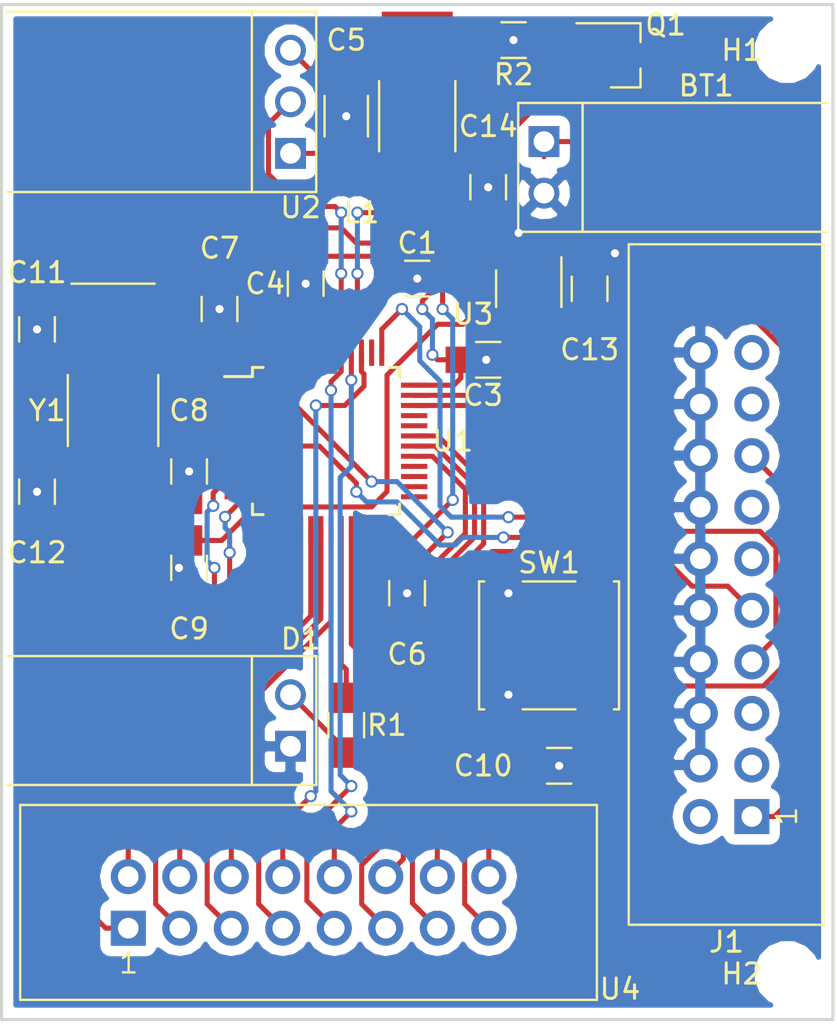
<source format=kicad_pcb>
(kicad_pcb (version 4) (host pcbnew 4.0.7)

  (general
    (links 83)
    (no_connects 0)
    (area 19.924999 19.924999 61.075001 70.075001)
    (thickness 1.6)
    (drawings 5)
    (tracks 364)
    (zones 0)
    (modules 28)
    (nets 32)
  )

  (page A4)
  (layers
    (0 F.Cu signal)
    (31 B.Cu signal)
    (32 B.Adhes user)
    (33 F.Adhes user)
    (34 B.Paste user)
    (35 F.Paste user)
    (36 B.SilkS user)
    (37 F.SilkS user)
    (38 B.Mask user)
    (39 F.Mask user)
    (40 Dwgs.User user)
    (41 Cmts.User user)
    (42 Eco1.User user)
    (43 Eco2.User user)
    (44 Edge.Cuts user)
    (45 Margin user)
    (46 B.CrtYd user hide)
    (47 F.CrtYd user hide)
    (48 B.Fab user hide)
    (49 F.Fab user hide)
  )

  (setup
    (last_trace_width 0.25)
    (trace_clearance 0.2)
    (zone_clearance 0.508)
    (zone_45_only yes)
    (trace_min 0.2)
    (segment_width 0.2)
    (edge_width 0.15)
    (via_size 0.6)
    (via_drill 0.4)
    (via_min_size 0.4)
    (via_min_drill 0.3)
    (uvia_size 0.3)
    (uvia_drill 0.1)
    (uvias_allowed no)
    (uvia_min_size 0.2)
    (uvia_min_drill 0.1)
    (pcb_text_width 0.3)
    (pcb_text_size 1.5 1.5)
    (mod_edge_width 0.15)
    (mod_text_size 1 1)
    (mod_text_width 0.15)
    (pad_size 1.524 1.524)
    (pad_drill 1.02)
    (pad_to_mask_clearance 0.1)
    (aux_axis_origin 0 0)
    (visible_elements 7FFFEFFF)
    (pcbplotparams
      (layerselection 0x00030_80000001)
      (usegerberextensions false)
      (excludeedgelayer true)
      (linewidth 0.100000)
      (plotframeref false)
      (viasonmask false)
      (mode 1)
      (useauxorigin false)
      (hpglpennumber 1)
      (hpglpenspeed 20)
      (hpglpendiameter 15)
      (hpglpenoverlay 2)
      (psnegative false)
      (psa4output false)
      (plotreference true)
      (plotvalue true)
      (plotinvisibletext false)
      (padsonsilk false)
      (subtractmaskfromsilk false)
      (outputformat 1)
      (mirror false)
      (drillshape 1)
      (scaleselection 1)
      (outputdirectory ""))
  )

  (net 0 "")
  (net 1 "Net-(BT1-Pad1)")
  (net 2 GND)
  (net 3 "Net-(C5-Pad2)")
  (net 4 "Net-(L1-Pad1)")
  (net 5 VCC)
  (net 6 "Net-(C10-Pad2)")
  (net 7 "Net-(C11-Pad1)")
  (net 8 "Net-(C12-Pad1)")
  (net 9 "Net-(D1-Pad2)")
  (net 10 "Net-(J1-Pad7)")
  (net 11 "Net-(J1-Pad9)")
  (net 12 "Net-(R1-Pad2)")
  (net 13 "Net-(U1-Pad11)")
  (net 14 "Net-(U1-Pad12)")
  (net 15 "Net-(U1-Pad13)")
  (net 16 "Net-(U1-Pad16)")
  (net 17 "Net-(U1-Pad17)")
  (net 18 "Net-(U1-Pad18)")
  (net 19 "Net-(U1-Pad19)")
  (net 20 "Net-(U1-Pad21)")
  (net 21 "Net-(U1-Pad22)")
  (net 22 "Net-(U1-Pad29)")
  (net 23 "Net-(U1-Pad30)")
  (net 24 "Net-(U1-Pad31)")
  (net 25 "Net-(U1-Pad39)")
  (net 26 "Net-(U1-Pad40)")
  (net 27 "Net-(U1-Pad41)")
  (net 28 "Net-(U1-Pad46)")
  (net 29 "Net-(U1-Pad43)")
  (net 30 "Net-(C14-Pad1)")
  (net 31 "Net-(Q1-Pad1)")

  (net_class Default "This is the default net class."
    (clearance 0.2)
    (trace_width 0.25)
    (via_dia 0.6)
    (via_drill 0.4)
    (uvia_dia 0.3)
    (uvia_drill 0.1)
    (add_net GND)
    (add_net "Net-(BT1-Pad1)")
    (add_net "Net-(C10-Pad2)")
    (add_net "Net-(C11-Pad1)")
    (add_net "Net-(C12-Pad1)")
    (add_net "Net-(C14-Pad1)")
    (add_net "Net-(C5-Pad2)")
    (add_net "Net-(D1-Pad2)")
    (add_net "Net-(J1-Pad7)")
    (add_net "Net-(J1-Pad9)")
    (add_net "Net-(L1-Pad1)")
    (add_net "Net-(Q1-Pad1)")
    (add_net "Net-(R1-Pad2)")
    (add_net "Net-(U1-Pad11)")
    (add_net "Net-(U1-Pad12)")
    (add_net "Net-(U1-Pad13)")
    (add_net "Net-(U1-Pad16)")
    (add_net "Net-(U1-Pad17)")
    (add_net "Net-(U1-Pad18)")
    (add_net "Net-(U1-Pad19)")
    (add_net "Net-(U1-Pad21)")
    (add_net "Net-(U1-Pad22)")
    (add_net "Net-(U1-Pad29)")
    (add_net "Net-(U1-Pad30)")
    (add_net "Net-(U1-Pad31)")
    (add_net "Net-(U1-Pad39)")
    (add_net "Net-(U1-Pad40)")
    (add_net "Net-(U1-Pad41)")
    (add_net "Net-(U1-Pad43)")
    (add_net "Net-(U1-Pad46)")
    (add_net VCC)
  )

  (module "LCD Clock:CONNECTOR_2x1" (layer F.Cu) (tedit 59C29D57) (tstamp 59C268CF)
    (at 46.75 26.75 270)
    (path /59C366BC)
    (fp_text reference BT1 (at -2.75 -8 360) (layer F.SilkS)
      (effects (font (size 1 1) (thickness 0.15)))
    )
    (fp_text value "4xAA 6.4-3.2V" (at 1.905 -4.445 270) (layer F.Fab)
      (effects (font (size 1 1) (thickness 0.15)))
    )
    (fp_line (start -1.905 -1.905) (end 4.445 -1.905) (layer F.SilkS) (width 0.12))
    (fp_line (start -1.905 1.27) (end 4.445 1.27) (layer F.SilkS) (width 0.12))
    (fp_line (start -1.905 1.27) (end -1.905 -13.97) (layer F.SilkS) (width 0.12))
    (fp_line (start 4.445 1.27) (end 4.445 -13.97) (layer F.SilkS) (width 0.12))
    (pad 1 thru_hole rect (at 0 0 270) (size 1.524 1.524) (drill 1.02) (layers *.Cu *.Mask)
      (net 1 "Net-(BT1-Pad1)"))
    (pad 2 thru_hole circle (at 2.54 0 270) (size 1.524 1.524) (drill 1.02) (layers *.Cu *.Mask)
      (net 2 GND))
  )

  (module Resistors_SMD:R_0805_HandSoldering (layer F.Cu) (tedit 58E0A804) (tstamp 59C268D5)
    (at 40.5 33.5 180)
    (descr "Resistor SMD 0805, hand soldering")
    (tags "resistor 0805")
    (path /59C01F4C)
    (attr smd)
    (fp_text reference C1 (at 0 1.75 360) (layer F.SilkS)
      (effects (font (size 1 1) (thickness 0.15)))
    )
    (fp_text value 10u (at 0 1.75 180) (layer F.Fab)
      (effects (font (size 1 1) (thickness 0.15)))
    )
    (fp_text user %R (at 0 0 180) (layer F.Fab)
      (effects (font (size 0.5 0.5) (thickness 0.075)))
    )
    (fp_line (start -1 0.62) (end -1 -0.62) (layer F.Fab) (width 0.1))
    (fp_line (start 1 0.62) (end -1 0.62) (layer F.Fab) (width 0.1))
    (fp_line (start 1 -0.62) (end 1 0.62) (layer F.Fab) (width 0.1))
    (fp_line (start -1 -0.62) (end 1 -0.62) (layer F.Fab) (width 0.1))
    (fp_line (start 0.6 0.88) (end -0.6 0.88) (layer F.SilkS) (width 0.12))
    (fp_line (start -0.6 -0.88) (end 0.6 -0.88) (layer F.SilkS) (width 0.12))
    (fp_line (start -2.35 -0.9) (end 2.35 -0.9) (layer F.CrtYd) (width 0.05))
    (fp_line (start -2.35 -0.9) (end -2.35 0.9) (layer F.CrtYd) (width 0.05))
    (fp_line (start 2.35 0.9) (end 2.35 -0.9) (layer F.CrtYd) (width 0.05))
    (fp_line (start 2.35 0.9) (end -2.35 0.9) (layer F.CrtYd) (width 0.05))
    (pad 1 smd rect (at -1.35 0 180) (size 1.5 1.3) (layers F.Cu F.Paste F.Mask)
      (net 5 VCC))
    (pad 2 smd rect (at 1.35 0 180) (size 1.5 1.3) (layers F.Cu F.Paste F.Mask)
      (net 2 GND))
    (model ${KISYS3DMOD}/Resistors_SMD.3dshapes/R_0805.wrl
      (at (xyz 0 0 0))
      (scale (xyz 1 1 1))
      (rotate (xyz 0 0 0))
    )
  )

  (module Resistors_SMD:R_0805_HandSoldering (layer F.Cu) (tedit 58E0A804) (tstamp 59C268DB)
    (at 44 37.5)
    (descr "Resistor SMD 0805, hand soldering")
    (tags "resistor 0805")
    (path /59C01EB0)
    (attr smd)
    (fp_text reference C3 (at -0.25 1.75) (layer F.SilkS)
      (effects (font (size 1 1) (thickness 0.15)))
    )
    (fp_text value 100n (at 0 1.75) (layer F.Fab)
      (effects (font (size 1 1) (thickness 0.15)))
    )
    (fp_text user %R (at 0 0) (layer F.Fab)
      (effects (font (size 0.5 0.5) (thickness 0.075)))
    )
    (fp_line (start -1 0.62) (end -1 -0.62) (layer F.Fab) (width 0.1))
    (fp_line (start 1 0.62) (end -1 0.62) (layer F.Fab) (width 0.1))
    (fp_line (start 1 -0.62) (end 1 0.62) (layer F.Fab) (width 0.1))
    (fp_line (start -1 -0.62) (end 1 -0.62) (layer F.Fab) (width 0.1))
    (fp_line (start 0.6 0.88) (end -0.6 0.88) (layer F.SilkS) (width 0.12))
    (fp_line (start -0.6 -0.88) (end 0.6 -0.88) (layer F.SilkS) (width 0.12))
    (fp_line (start -2.35 -0.9) (end 2.35 -0.9) (layer F.CrtYd) (width 0.05))
    (fp_line (start -2.35 -0.9) (end -2.35 0.9) (layer F.CrtYd) (width 0.05))
    (fp_line (start 2.35 0.9) (end 2.35 -0.9) (layer F.CrtYd) (width 0.05))
    (fp_line (start 2.35 0.9) (end -2.35 0.9) (layer F.CrtYd) (width 0.05))
    (pad 1 smd rect (at -1.35 0) (size 1.5 1.3) (layers F.Cu F.Paste F.Mask)
      (net 5 VCC))
    (pad 2 smd rect (at 1.35 0) (size 1.5 1.3) (layers F.Cu F.Paste F.Mask)
      (net 2 GND))
    (model ${KISYS3DMOD}/Resistors_SMD.3dshapes/R_0805.wrl
      (at (xyz 0 0 0))
      (scale (xyz 1 1 1))
      (rotate (xyz 0 0 0))
    )
  )

  (module Resistors_SMD:R_0805_HandSoldering (layer F.Cu) (tedit 58E0A804) (tstamp 59C268E1)
    (at 35 33.75 270)
    (descr "Resistor SMD 0805, hand soldering")
    (tags "resistor 0805")
    (path /59C01E75)
    (attr smd)
    (fp_text reference C4 (at 0 2 360) (layer F.SilkS)
      (effects (font (size 1 1) (thickness 0.15)))
    )
    (fp_text value 100n (at 0 1.75 270) (layer F.Fab)
      (effects (font (size 1 1) (thickness 0.15)))
    )
    (fp_text user %R (at 0 0 270) (layer F.Fab)
      (effects (font (size 0.5 0.5) (thickness 0.075)))
    )
    (fp_line (start -1 0.62) (end -1 -0.62) (layer F.Fab) (width 0.1))
    (fp_line (start 1 0.62) (end -1 0.62) (layer F.Fab) (width 0.1))
    (fp_line (start 1 -0.62) (end 1 0.62) (layer F.Fab) (width 0.1))
    (fp_line (start -1 -0.62) (end 1 -0.62) (layer F.Fab) (width 0.1))
    (fp_line (start 0.6 0.88) (end -0.6 0.88) (layer F.SilkS) (width 0.12))
    (fp_line (start -0.6 -0.88) (end 0.6 -0.88) (layer F.SilkS) (width 0.12))
    (fp_line (start -2.35 -0.9) (end 2.35 -0.9) (layer F.CrtYd) (width 0.05))
    (fp_line (start -2.35 -0.9) (end -2.35 0.9) (layer F.CrtYd) (width 0.05))
    (fp_line (start 2.35 0.9) (end 2.35 -0.9) (layer F.CrtYd) (width 0.05))
    (fp_line (start 2.35 0.9) (end -2.35 0.9) (layer F.CrtYd) (width 0.05))
    (pad 1 smd rect (at -1.35 0 270) (size 1.5 1.3) (layers F.Cu F.Paste F.Mask)
      (net 5 VCC))
    (pad 2 smd rect (at 1.35 0 270) (size 1.5 1.3) (layers F.Cu F.Paste F.Mask)
      (net 2 GND))
    (model ${KISYS3DMOD}/Resistors_SMD.3dshapes/R_0805.wrl
      (at (xyz 0 0 0))
      (scale (xyz 1 1 1))
      (rotate (xyz 0 0 0))
    )
  )

  (module Resistors_SMD:R_1206_HandSoldering (layer F.Cu) (tedit 58E0A804) (tstamp 59C268E7)
    (at 37 25.5 270)
    (descr "Resistor SMD 1206, hand soldering")
    (tags "resistor 1206")
    (path /59B9F416)
    (attr smd)
    (fp_text reference C5 (at -3.75 0 360) (layer F.SilkS)
      (effects (font (size 1 1) (thickness 0.15)))
    )
    (fp_text value 100u (at 0 1.9 270) (layer F.Fab)
      (effects (font (size 1 1) (thickness 0.15)))
    )
    (fp_text user %R (at 0 0 270) (layer F.Fab)
      (effects (font (size 0.7 0.7) (thickness 0.105)))
    )
    (fp_line (start -1.6 0.8) (end -1.6 -0.8) (layer F.Fab) (width 0.1))
    (fp_line (start 1.6 0.8) (end -1.6 0.8) (layer F.Fab) (width 0.1))
    (fp_line (start 1.6 -0.8) (end 1.6 0.8) (layer F.Fab) (width 0.1))
    (fp_line (start -1.6 -0.8) (end 1.6 -0.8) (layer F.Fab) (width 0.1))
    (fp_line (start 1 1.07) (end -1 1.07) (layer F.SilkS) (width 0.12))
    (fp_line (start -1 -1.07) (end 1 -1.07) (layer F.SilkS) (width 0.12))
    (fp_line (start -3.25 -1.11) (end 3.25 -1.11) (layer F.CrtYd) (width 0.05))
    (fp_line (start -3.25 -1.11) (end -3.25 1.1) (layer F.CrtYd) (width 0.05))
    (fp_line (start 3.25 1.1) (end 3.25 -1.11) (layer F.CrtYd) (width 0.05))
    (fp_line (start 3.25 1.1) (end -3.25 1.1) (layer F.CrtYd) (width 0.05))
    (pad 1 smd rect (at -2 0 270) (size 2 1.7) (layers F.Cu F.Paste F.Mask)
      (net 2 GND))
    (pad 2 smd rect (at 2 0 270) (size 2 1.7) (layers F.Cu F.Paste F.Mask)
      (net 3 "Net-(C5-Pad2)"))
    (model ${KISYS3DMOD}/Resistors_SMD.3dshapes/R_1206.wrl
      (at (xyz 0 0 0))
      (scale (xyz 1 1 1))
      (rotate (xyz 0 0 0))
    )
  )

  (module Resistors_SMD:R_0805_HandSoldering (layer F.Cu) (tedit 58E0A804) (tstamp 59C268ED)
    (at 40 49 270)
    (descr "Resistor SMD 0805, hand soldering")
    (tags "resistor 0805")
    (path /59C01DE2)
    (attr smd)
    (fp_text reference C6 (at 3 0 360) (layer F.SilkS)
      (effects (font (size 1 1) (thickness 0.15)))
    )
    (fp_text value 100n (at 0 1.75 270) (layer F.Fab)
      (effects (font (size 1 1) (thickness 0.15)))
    )
    (fp_text user %R (at 0 0 270) (layer F.Fab)
      (effects (font (size 0.5 0.5) (thickness 0.075)))
    )
    (fp_line (start -1 0.62) (end -1 -0.62) (layer F.Fab) (width 0.1))
    (fp_line (start 1 0.62) (end -1 0.62) (layer F.Fab) (width 0.1))
    (fp_line (start 1 -0.62) (end 1 0.62) (layer F.Fab) (width 0.1))
    (fp_line (start -1 -0.62) (end 1 -0.62) (layer F.Fab) (width 0.1))
    (fp_line (start 0.6 0.88) (end -0.6 0.88) (layer F.SilkS) (width 0.12))
    (fp_line (start -0.6 -0.88) (end 0.6 -0.88) (layer F.SilkS) (width 0.12))
    (fp_line (start -2.35 -0.9) (end 2.35 -0.9) (layer F.CrtYd) (width 0.05))
    (fp_line (start -2.35 -0.9) (end -2.35 0.9) (layer F.CrtYd) (width 0.05))
    (fp_line (start 2.35 0.9) (end 2.35 -0.9) (layer F.CrtYd) (width 0.05))
    (fp_line (start 2.35 0.9) (end -2.35 0.9) (layer F.CrtYd) (width 0.05))
    (pad 1 smd rect (at -1.35 0 270) (size 1.5 1.3) (layers F.Cu F.Paste F.Mask)
      (net 5 VCC))
    (pad 2 smd rect (at 1.35 0 270) (size 1.5 1.3) (layers F.Cu F.Paste F.Mask)
      (net 2 GND))
    (model ${KISYS3DMOD}/Resistors_SMD.3dshapes/R_0805.wrl
      (at (xyz 0 0 0))
      (scale (xyz 1 1 1))
      (rotate (xyz 0 0 0))
    )
  )

  (module Resistors_SMD:R_0805_HandSoldering (layer F.Cu) (tedit 58E0A804) (tstamp 59C268F3)
    (at 30.75 35 90)
    (descr "Resistor SMD 0805, hand soldering")
    (tags "resistor 0805")
    (path /59C03A8D)
    (attr smd)
    (fp_text reference C7 (at 3 0 180) (layer F.SilkS)
      (effects (font (size 1 1) (thickness 0.15)))
    )
    (fp_text value 100n (at 0 1.75 90) (layer F.Fab)
      (effects (font (size 1 1) (thickness 0.15)))
    )
    (fp_text user %R (at 0 0 90) (layer F.Fab)
      (effects (font (size 0.5 0.5) (thickness 0.075)))
    )
    (fp_line (start -1 0.62) (end -1 -0.62) (layer F.Fab) (width 0.1))
    (fp_line (start 1 0.62) (end -1 0.62) (layer F.Fab) (width 0.1))
    (fp_line (start 1 -0.62) (end 1 0.62) (layer F.Fab) (width 0.1))
    (fp_line (start -1 -0.62) (end 1 -0.62) (layer F.Fab) (width 0.1))
    (fp_line (start 0.6 0.88) (end -0.6 0.88) (layer F.SilkS) (width 0.12))
    (fp_line (start -0.6 -0.88) (end 0.6 -0.88) (layer F.SilkS) (width 0.12))
    (fp_line (start -2.35 -0.9) (end 2.35 -0.9) (layer F.CrtYd) (width 0.05))
    (fp_line (start -2.35 -0.9) (end -2.35 0.9) (layer F.CrtYd) (width 0.05))
    (fp_line (start 2.35 0.9) (end 2.35 -0.9) (layer F.CrtYd) (width 0.05))
    (fp_line (start 2.35 0.9) (end -2.35 0.9) (layer F.CrtYd) (width 0.05))
    (pad 1 smd rect (at -1.35 0 90) (size 1.5 1.3) (layers F.Cu F.Paste F.Mask)
      (net 5 VCC))
    (pad 2 smd rect (at 1.35 0 90) (size 1.5 1.3) (layers F.Cu F.Paste F.Mask)
      (net 2 GND))
    (model ${KISYS3DMOD}/Resistors_SMD.3dshapes/R_0805.wrl
      (at (xyz 0 0 0))
      (scale (xyz 1 1 1))
      (rotate (xyz 0 0 0))
    )
  )

  (module Resistors_SMD:R_0805_HandSoldering (layer F.Cu) (tedit 58E0A804) (tstamp 59C268F9)
    (at 29.25 43 90)
    (descr "Resistor SMD 0805, hand soldering")
    (tags "resistor 0805")
    (path /59C025EE)
    (attr smd)
    (fp_text reference C8 (at 3 0 180) (layer F.SilkS)
      (effects (font (size 1 1) (thickness 0.15)))
    )
    (fp_text value 100n (at 0 1.75 90) (layer F.Fab)
      (effects (font (size 1 1) (thickness 0.15)))
    )
    (fp_text user %R (at 0 0 90) (layer F.Fab)
      (effects (font (size 0.5 0.5) (thickness 0.075)))
    )
    (fp_line (start -1 0.62) (end -1 -0.62) (layer F.Fab) (width 0.1))
    (fp_line (start 1 0.62) (end -1 0.62) (layer F.Fab) (width 0.1))
    (fp_line (start 1 -0.62) (end 1 0.62) (layer F.Fab) (width 0.1))
    (fp_line (start -1 -0.62) (end 1 -0.62) (layer F.Fab) (width 0.1))
    (fp_line (start 0.6 0.88) (end -0.6 0.88) (layer F.SilkS) (width 0.12))
    (fp_line (start -0.6 -0.88) (end 0.6 -0.88) (layer F.SilkS) (width 0.12))
    (fp_line (start -2.35 -0.9) (end 2.35 -0.9) (layer F.CrtYd) (width 0.05))
    (fp_line (start -2.35 -0.9) (end -2.35 0.9) (layer F.CrtYd) (width 0.05))
    (fp_line (start 2.35 0.9) (end 2.35 -0.9) (layer F.CrtYd) (width 0.05))
    (fp_line (start 2.35 0.9) (end -2.35 0.9) (layer F.CrtYd) (width 0.05))
    (pad 1 smd rect (at -1.35 0 90) (size 1.5 1.3) (layers F.Cu F.Paste F.Mask)
      (net 5 VCC))
    (pad 2 smd rect (at 1.35 0 90) (size 1.5 1.3) (layers F.Cu F.Paste F.Mask)
      (net 2 GND))
    (model ${KISYS3DMOD}/Resistors_SMD.3dshapes/R_0805.wrl
      (at (xyz 0 0 0))
      (scale (xyz 1 1 1))
      (rotate (xyz 0 0 0))
    )
  )

  (module Resistors_SMD:R_0805_HandSoldering (layer F.Cu) (tedit 58E0A804) (tstamp 59C268FF)
    (at 29.25 47.75 270)
    (descr "Resistor SMD 0805, hand soldering")
    (tags "resistor 0805")
    (path /59C02751)
    (attr smd)
    (fp_text reference C9 (at 3 0 360) (layer F.SilkS)
      (effects (font (size 1 1) (thickness 0.15)))
    )
    (fp_text value 1u (at 0 1.75 270) (layer F.Fab)
      (effects (font (size 1 1) (thickness 0.15)))
    )
    (fp_text user %R (at 0 0 270) (layer F.Fab)
      (effects (font (size 0.5 0.5) (thickness 0.075)))
    )
    (fp_line (start -1 0.62) (end -1 -0.62) (layer F.Fab) (width 0.1))
    (fp_line (start 1 0.62) (end -1 0.62) (layer F.Fab) (width 0.1))
    (fp_line (start 1 -0.62) (end 1 0.62) (layer F.Fab) (width 0.1))
    (fp_line (start -1 -0.62) (end 1 -0.62) (layer F.Fab) (width 0.1))
    (fp_line (start 0.6 0.88) (end -0.6 0.88) (layer F.SilkS) (width 0.12))
    (fp_line (start -0.6 -0.88) (end 0.6 -0.88) (layer F.SilkS) (width 0.12))
    (fp_line (start -2.35 -0.9) (end 2.35 -0.9) (layer F.CrtYd) (width 0.05))
    (fp_line (start -2.35 -0.9) (end -2.35 0.9) (layer F.CrtYd) (width 0.05))
    (fp_line (start 2.35 0.9) (end 2.35 -0.9) (layer F.CrtYd) (width 0.05))
    (fp_line (start 2.35 0.9) (end -2.35 0.9) (layer F.CrtYd) (width 0.05))
    (pad 1 smd rect (at -1.35 0 270) (size 1.5 1.3) (layers F.Cu F.Paste F.Mask)
      (net 5 VCC))
    (pad 2 smd rect (at 1.35 0 270) (size 1.5 1.3) (layers F.Cu F.Paste F.Mask)
      (net 2 GND))
    (model ${KISYS3DMOD}/Resistors_SMD.3dshapes/R_0805.wrl
      (at (xyz 0 0 0))
      (scale (xyz 1 1 1))
      (rotate (xyz 0 0 0))
    )
  )

  (module Resistors_SMD:R_0805_HandSoldering (layer F.Cu) (tedit 58E0A804) (tstamp 59C26905)
    (at 47.5 57.5)
    (descr "Resistor SMD 0805, hand soldering")
    (tags "resistor 0805")
    (path /59C17FCD)
    (attr smd)
    (fp_text reference C10 (at -3.75 0) (layer F.SilkS)
      (effects (font (size 1 1) (thickness 0.15)))
    )
    (fp_text value 100n (at 0 1.75) (layer F.Fab)
      (effects (font (size 1 1) (thickness 0.15)))
    )
    (fp_text user %R (at 0 0) (layer F.Fab)
      (effects (font (size 0.5 0.5) (thickness 0.075)))
    )
    (fp_line (start -1 0.62) (end -1 -0.62) (layer F.Fab) (width 0.1))
    (fp_line (start 1 0.62) (end -1 0.62) (layer F.Fab) (width 0.1))
    (fp_line (start 1 -0.62) (end 1 0.62) (layer F.Fab) (width 0.1))
    (fp_line (start -1 -0.62) (end 1 -0.62) (layer F.Fab) (width 0.1))
    (fp_line (start 0.6 0.88) (end -0.6 0.88) (layer F.SilkS) (width 0.12))
    (fp_line (start -0.6 -0.88) (end 0.6 -0.88) (layer F.SilkS) (width 0.12))
    (fp_line (start -2.35 -0.9) (end 2.35 -0.9) (layer F.CrtYd) (width 0.05))
    (fp_line (start -2.35 -0.9) (end -2.35 0.9) (layer F.CrtYd) (width 0.05))
    (fp_line (start 2.35 0.9) (end 2.35 -0.9) (layer F.CrtYd) (width 0.05))
    (fp_line (start 2.35 0.9) (end -2.35 0.9) (layer F.CrtYd) (width 0.05))
    (pad 1 smd rect (at -1.35 0) (size 1.5 1.3) (layers F.Cu F.Paste F.Mask)
      (net 2 GND))
    (pad 2 smd rect (at 1.35 0) (size 1.5 1.3) (layers F.Cu F.Paste F.Mask)
      (net 6 "Net-(C10-Pad2)"))
    (model ${KISYS3DMOD}/Resistors_SMD.3dshapes/R_0805.wrl
      (at (xyz 0 0 0))
      (scale (xyz 1 1 1))
      (rotate (xyz 0 0 0))
    )
  )

  (module Resistors_SMD:R_0805_HandSoldering (layer F.Cu) (tedit 58E0A804) (tstamp 59C2690B)
    (at 21.75 36 270)
    (descr "Resistor SMD 0805, hand soldering")
    (tags "resistor 0805")
    (path /59C23559)
    (attr smd)
    (fp_text reference C11 (at -2.8 0 360) (layer F.SilkS)
      (effects (font (size 1 1) (thickness 0.15)))
    )
    (fp_text value 15p (at 0 1.75 270) (layer F.Fab)
      (effects (font (size 1 1) (thickness 0.15)))
    )
    (fp_text user %R (at 0 0 270) (layer F.Fab)
      (effects (font (size 0.5 0.5) (thickness 0.075)))
    )
    (fp_line (start -1 0.62) (end -1 -0.62) (layer F.Fab) (width 0.1))
    (fp_line (start 1 0.62) (end -1 0.62) (layer F.Fab) (width 0.1))
    (fp_line (start 1 -0.62) (end 1 0.62) (layer F.Fab) (width 0.1))
    (fp_line (start -1 -0.62) (end 1 -0.62) (layer F.Fab) (width 0.1))
    (fp_line (start 0.6 0.88) (end -0.6 0.88) (layer F.SilkS) (width 0.12))
    (fp_line (start -0.6 -0.88) (end 0.6 -0.88) (layer F.SilkS) (width 0.12))
    (fp_line (start -2.35 -0.9) (end 2.35 -0.9) (layer F.CrtYd) (width 0.05))
    (fp_line (start -2.35 -0.9) (end -2.35 0.9) (layer F.CrtYd) (width 0.05))
    (fp_line (start 2.35 0.9) (end 2.35 -0.9) (layer F.CrtYd) (width 0.05))
    (fp_line (start 2.35 0.9) (end -2.35 0.9) (layer F.CrtYd) (width 0.05))
    (pad 1 smd rect (at -1.35 0 270) (size 1.5 1.3) (layers F.Cu F.Paste F.Mask)
      (net 7 "Net-(C11-Pad1)"))
    (pad 2 smd rect (at 1.35 0 270) (size 1.5 1.3) (layers F.Cu F.Paste F.Mask)
      (net 2 GND))
    (model ${KISYS3DMOD}/Resistors_SMD.3dshapes/R_0805.wrl
      (at (xyz 0 0 0))
      (scale (xyz 1 1 1))
      (rotate (xyz 0 0 0))
    )
  )

  (module Resistors_SMD:R_0805_HandSoldering (layer F.Cu) (tedit 58E0A804) (tstamp 59C26911)
    (at 21.75 44 90)
    (descr "Resistor SMD 0805, hand soldering")
    (tags "resistor 0805")
    (path /59C235C8)
    (attr smd)
    (fp_text reference C12 (at -3 0 180) (layer F.SilkS)
      (effects (font (size 1 1) (thickness 0.15)))
    )
    (fp_text value 15p (at 0 1.75 90) (layer F.Fab)
      (effects (font (size 1 1) (thickness 0.15)))
    )
    (fp_text user %R (at 0 0 90) (layer F.Fab)
      (effects (font (size 0.5 0.5) (thickness 0.075)))
    )
    (fp_line (start -1 0.62) (end -1 -0.62) (layer F.Fab) (width 0.1))
    (fp_line (start 1 0.62) (end -1 0.62) (layer F.Fab) (width 0.1))
    (fp_line (start 1 -0.62) (end 1 0.62) (layer F.Fab) (width 0.1))
    (fp_line (start -1 -0.62) (end 1 -0.62) (layer F.Fab) (width 0.1))
    (fp_line (start 0.6 0.88) (end -0.6 0.88) (layer F.SilkS) (width 0.12))
    (fp_line (start -0.6 -0.88) (end 0.6 -0.88) (layer F.SilkS) (width 0.12))
    (fp_line (start -2.35 -0.9) (end 2.35 -0.9) (layer F.CrtYd) (width 0.05))
    (fp_line (start -2.35 -0.9) (end -2.35 0.9) (layer F.CrtYd) (width 0.05))
    (fp_line (start 2.35 0.9) (end 2.35 -0.9) (layer F.CrtYd) (width 0.05))
    (fp_line (start 2.35 0.9) (end -2.35 0.9) (layer F.CrtYd) (width 0.05))
    (pad 1 smd rect (at -1.35 0 90) (size 1.5 1.3) (layers F.Cu F.Paste F.Mask)
      (net 8 "Net-(C12-Pad1)"))
    (pad 2 smd rect (at 1.35 0 90) (size 1.5 1.3) (layers F.Cu F.Paste F.Mask)
      (net 2 GND))
    (model ${KISYS3DMOD}/Resistors_SMD.3dshapes/R_0805.wrl
      (at (xyz 0 0 0))
      (scale (xyz 1 1 1))
      (rotate (xyz 0 0 0))
    )
  )

  (module Resistors_SMD:R_0805_HandSoldering (layer F.Cu) (tedit 58E0A804) (tstamp 59C26917)
    (at 49 34 90)
    (descr "Resistor SMD 0805, hand soldering")
    (tags "resistor 0805")
    (path /59C2C8A9)
    (attr smd)
    (fp_text reference C13 (at -3 0 180) (layer F.SilkS)
      (effects (font (size 1 1) (thickness 0.15)))
    )
    (fp_text value 2.2u (at 0 1.75 90) (layer F.Fab)
      (effects (font (size 1 1) (thickness 0.15)))
    )
    (fp_text user %R (at 0 0 90) (layer F.Fab)
      (effects (font (size 0.5 0.5) (thickness 0.075)))
    )
    (fp_line (start -1 0.62) (end -1 -0.62) (layer F.Fab) (width 0.1))
    (fp_line (start 1 0.62) (end -1 0.62) (layer F.Fab) (width 0.1))
    (fp_line (start 1 -0.62) (end 1 0.62) (layer F.Fab) (width 0.1))
    (fp_line (start -1 -0.62) (end 1 -0.62) (layer F.Fab) (width 0.1))
    (fp_line (start 0.6 0.88) (end -0.6 0.88) (layer F.SilkS) (width 0.12))
    (fp_line (start -0.6 -0.88) (end 0.6 -0.88) (layer F.SilkS) (width 0.12))
    (fp_line (start -2.35 -0.9) (end 2.35 -0.9) (layer F.CrtYd) (width 0.05))
    (fp_line (start -2.35 -0.9) (end -2.35 0.9) (layer F.CrtYd) (width 0.05))
    (fp_line (start 2.35 0.9) (end 2.35 -0.9) (layer F.CrtYd) (width 0.05))
    (fp_line (start 2.35 0.9) (end -2.35 0.9) (layer F.CrtYd) (width 0.05))
    (pad 1 smd rect (at -1.35 0 90) (size 1.5 1.3) (layers F.Cu F.Paste F.Mask)
      (net 5 VCC))
    (pad 2 smd rect (at 1.35 0 90) (size 1.5 1.3) (layers F.Cu F.Paste F.Mask)
      (net 2 GND))
    (model ${KISYS3DMOD}/Resistors_SMD.3dshapes/R_0805.wrl
      (at (xyz 0 0 0))
      (scale (xyz 1 1 1))
      (rotate (xyz 0 0 0))
    )
  )

  (module Resistors_SMD:R_0805_HandSoldering (layer F.Cu) (tedit 58E0A804) (tstamp 59C2691D)
    (at 44 29 90)
    (descr "Resistor SMD 0805, hand soldering")
    (tags "resistor 0805")
    (path /59C2C059)
    (attr smd)
    (fp_text reference C14 (at 3 0 180) (layer F.SilkS)
      (effects (font (size 1 1) (thickness 0.15)))
    )
    (fp_text value 1u (at 0 1.75 90) (layer F.Fab)
      (effects (font (size 1 1) (thickness 0.15)))
    )
    (fp_text user %R (at 0 0 90) (layer F.Fab)
      (effects (font (size 0.5 0.5) (thickness 0.075)))
    )
    (fp_line (start -1 0.62) (end -1 -0.62) (layer F.Fab) (width 0.1))
    (fp_line (start 1 0.62) (end -1 0.62) (layer F.Fab) (width 0.1))
    (fp_line (start 1 -0.62) (end 1 0.62) (layer F.Fab) (width 0.1))
    (fp_line (start -1 -0.62) (end 1 -0.62) (layer F.Fab) (width 0.1))
    (fp_line (start 0.6 0.88) (end -0.6 0.88) (layer F.SilkS) (width 0.12))
    (fp_line (start -0.6 -0.88) (end 0.6 -0.88) (layer F.SilkS) (width 0.12))
    (fp_line (start -2.35 -0.9) (end 2.35 -0.9) (layer F.CrtYd) (width 0.05))
    (fp_line (start -2.35 -0.9) (end -2.35 0.9) (layer F.CrtYd) (width 0.05))
    (fp_line (start 2.35 0.9) (end 2.35 -0.9) (layer F.CrtYd) (width 0.05))
    (fp_line (start 2.35 0.9) (end -2.35 0.9) (layer F.CrtYd) (width 0.05))
    (pad 1 smd rect (at -1.35 0 90) (size 1.5 1.3) (layers F.Cu F.Paste F.Mask)
      (net 30 "Net-(C14-Pad1)"))
    (pad 2 smd rect (at 1.35 0 90) (size 1.5 1.3) (layers F.Cu F.Paste F.Mask)
      (net 2 GND))
    (model ${KISYS3DMOD}/Resistors_SMD.3dshapes/R_0805.wrl
      (at (xyz 0 0 0))
      (scale (xyz 1 1 1))
      (rotate (xyz 0 0 0))
    )
  )

  (module "LCD Clock:CONNECTOR_2x1" (layer F.Cu) (tedit 59C26554) (tstamp 59C26923)
    (at 34.25 56.54 90)
    (path /59C4572E)
    (fp_text reference D1 (at 5.29 0.5 180) (layer F.SilkS)
      (effects (font (size 1 1) (thickness 0.15)))
    )
    (fp_text value LED (at 1.905 -4.445 90) (layer F.Fab)
      (effects (font (size 1 1) (thickness 0.15)))
    )
    (fp_line (start -1.905 -1.905) (end 4.445 -1.905) (layer F.SilkS) (width 0.12))
    (fp_line (start -1.905 1.27) (end 4.445 1.27) (layer F.SilkS) (width 0.12))
    (fp_line (start -1.905 1.27) (end -1.905 -13.97) (layer F.SilkS) (width 0.12))
    (fp_line (start 4.445 1.27) (end 4.445 -13.97) (layer F.SilkS) (width 0.12))
    (pad 1 thru_hole rect (at 0 0 90) (size 1.524 1.524) (drill 1.02) (layers *.Cu *.Mask)
      (net 2 GND))
    (pad 2 thru_hole circle (at 2.54 0 90) (size 1.524 1.524) (drill 1.02) (layers *.Cu *.Mask)
      (net 9 "Net-(D1-Pad2)"))
  )

  (module Connectors:IDC_Header_Straight_20pins (layer F.Cu) (tedit 0) (tstamp 59C2693B)
    (at 57 60 90)
    (descr "20 pins through hole IDC header")
    (tags "IDC header socket VASCH")
    (path /59C131D8)
    (fp_text reference J1 (at -6.18 -1.25 180) (layer F.SilkS)
      (effects (font (size 1 1) (thickness 0.15)))
    )
    (fp_text value Conn_JLink_SWD (at 11.43 5.223 90) (layer F.Fab)
      (effects (font (size 1 1) (thickness 0.15)))
    )
    (fp_line (start -5.08 -5.82) (end 27.94 -5.82) (layer F.Fab) (width 0.1))
    (fp_line (start -4.54 -5.27) (end 27.38 -5.27) (layer F.Fab) (width 0.1))
    (fp_line (start -5.08 3.28) (end 27.94 3.28) (layer F.Fab) (width 0.1))
    (fp_line (start -4.54 2.73) (end 9.18 2.73) (layer F.Fab) (width 0.1))
    (fp_line (start 13.68 2.73) (end 27.38 2.73) (layer F.Fab) (width 0.1))
    (fp_line (start 9.18 2.73) (end 9.18 3.28) (layer F.Fab) (width 0.1))
    (fp_line (start 13.68 2.73) (end 13.68 3.28) (layer F.Fab) (width 0.1))
    (fp_line (start -5.08 -5.82) (end -5.08 3.28) (layer F.Fab) (width 0.1))
    (fp_line (start -4.54 -5.27) (end -4.54 2.73) (layer F.Fab) (width 0.1))
    (fp_line (start 27.94 -5.82) (end 27.94 3.28) (layer F.Fab) (width 0.1))
    (fp_line (start 27.38 -5.27) (end 27.38 2.73) (layer F.Fab) (width 0.1))
    (fp_line (start -5.08 -5.82) (end -4.54 -5.27) (layer F.Fab) (width 0.1))
    (fp_line (start 27.94 -5.82) (end 27.38 -5.27) (layer F.Fab) (width 0.1))
    (fp_line (start -5.08 3.28) (end -4.54 2.73) (layer F.Fab) (width 0.1))
    (fp_line (start 27.94 3.28) (end 27.38 2.73) (layer F.Fab) (width 0.1))
    (fp_line (start -5.58 -6.32) (end 28.44 -6.32) (layer F.CrtYd) (width 0.05))
    (fp_line (start 28.44 -6.32) (end 28.44 3.78) (layer F.CrtYd) (width 0.05))
    (fp_line (start 28.44 3.78) (end -5.58 3.78) (layer F.CrtYd) (width 0.05))
    (fp_line (start -5.58 3.78) (end -5.58 -6.32) (layer F.CrtYd) (width 0.05))
    (fp_text user 1 (at 0.02 1.72 90) (layer F.SilkS)
      (effects (font (size 1 1) (thickness 0.12)))
    )
    (fp_line (start -5.33 -6.07) (end 28.19 -6.07) (layer F.SilkS) (width 0.12))
    (fp_line (start 28.19 -6.07) (end 28.19 3.53) (layer F.SilkS) (width 0.12))
    (fp_line (start 28.19 3.53) (end -5.33 3.53) (layer F.SilkS) (width 0.12))
    (fp_line (start -5.33 3.53) (end -5.33 -6.07) (layer F.SilkS) (width 0.12))
    (pad 1 thru_hole rect (at 0 0 90) (size 1.7272 1.7272) (drill 1.016) (layers *.Cu *.Mask)
      (net 5 VCC))
    (pad 2 thru_hole oval (at 0 -2.54 90) (size 1.7272 1.7272) (drill 1.016) (layers *.Cu *.Mask))
    (pad 3 thru_hole oval (at 2.54 0 90) (size 1.7272 1.7272) (drill 1.016) (layers *.Cu *.Mask))
    (pad 4 thru_hole oval (at 2.54 -2.54 90) (size 1.7272 1.7272) (drill 1.016) (layers *.Cu *.Mask)
      (net 2 GND))
    (pad 5 thru_hole oval (at 5.08 0 90) (size 1.7272 1.7272) (drill 1.016) (layers *.Cu *.Mask))
    (pad 6 thru_hole oval (at 5.08 -2.54 90) (size 1.7272 1.7272) (drill 1.016) (layers *.Cu *.Mask)
      (net 2 GND))
    (pad 7 thru_hole oval (at 7.62 0 90) (size 1.7272 1.7272) (drill 1.016) (layers *.Cu *.Mask)
      (net 10 "Net-(J1-Pad7)"))
    (pad 8 thru_hole oval (at 7.62 -2.54 90) (size 1.7272 1.7272) (drill 1.016) (layers *.Cu *.Mask)
      (net 2 GND))
    (pad 9 thru_hole oval (at 10.16 0 90) (size 1.7272 1.7272) (drill 1.016) (layers *.Cu *.Mask)
      (net 11 "Net-(J1-Pad9)"))
    (pad 10 thru_hole oval (at 10.16 -2.54 90) (size 1.7272 1.7272) (drill 1.016) (layers *.Cu *.Mask)
      (net 2 GND))
    (pad 11 thru_hole oval (at 12.7 0 90) (size 1.7272 1.7272) (drill 1.016) (layers *.Cu *.Mask))
    (pad 12 thru_hole oval (at 12.7 -2.54 90) (size 1.7272 1.7272) (drill 1.016) (layers *.Cu *.Mask)
      (net 2 GND))
    (pad 13 thru_hole oval (at 15.24 0 90) (size 1.7272 1.7272) (drill 1.016) (layers *.Cu *.Mask))
    (pad 14 thru_hole oval (at 15.24 -2.54 90) (size 1.7272 1.7272) (drill 1.016) (layers *.Cu *.Mask)
      (net 2 GND))
    (pad 15 thru_hole oval (at 17.78 0 90) (size 1.7272 1.7272) (drill 1.016) (layers *.Cu *.Mask)
      (net 6 "Net-(C10-Pad2)"))
    (pad 16 thru_hole oval (at 17.78 -2.54 90) (size 1.7272 1.7272) (drill 1.016) (layers *.Cu *.Mask)
      (net 2 GND))
    (pad 17 thru_hole oval (at 20.32 0 90) (size 1.7272 1.7272) (drill 1.016) (layers *.Cu *.Mask))
    (pad 18 thru_hole oval (at 20.32 -2.54 90) (size 1.7272 1.7272) (drill 1.016) (layers *.Cu *.Mask)
      (net 2 GND))
    (pad 19 thru_hole oval (at 22.86 0 90) (size 1.7272 1.7272) (drill 1.016) (layers *.Cu *.Mask))
    (pad 20 thru_hole oval (at 22.86 -2.54 90) (size 1.7272 1.7272) (drill 1.016) (layers *.Cu *.Mask)
      (net 2 GND))
  )

  (module Resistors_SMD:R_1812_HandSoldering (layer F.Cu) (tedit 58E0A804) (tstamp 59C26941)
    (at 40.5 25.5 90)
    (descr "Resistor SMD 1812, hand soldering, Panasonic (see ERJ12)")
    (tags "resistor 1812")
    (path /59B9F09D)
    (attr smd)
    (fp_text reference L1 (at -4.75 -2.75 180) (layer F.SilkS)
      (effects (font (size 1 1) (thickness 0.15)))
    )
    (fp_text value 470u (at 0 2.85 90) (layer F.Fab)
      (effects (font (size 1 1) (thickness 0.15)))
    )
    (fp_text user %R (at 0 0 90) (layer F.Fab)
      (effects (font (size 1 1) (thickness 0.15)))
    )
    (fp_line (start -2.25 1.6) (end -2.25 -1.6) (layer F.Fab) (width 0.1))
    (fp_line (start 2.25 1.6) (end -2.25 1.6) (layer F.Fab) (width 0.1))
    (fp_line (start 2.25 -1.6) (end 2.25 1.6) (layer F.Fab) (width 0.1))
    (fp_line (start -2.25 -1.6) (end 2.25 -1.6) (layer F.Fab) (width 0.1))
    (fp_line (start -1.73 1.88) (end 1.73 1.88) (layer F.SilkS) (width 0.12))
    (fp_line (start -1.73 -1.88) (end 1.73 -1.88) (layer F.SilkS) (width 0.12))
    (fp_line (start -5.41 -2) (end 5.4 -2) (layer F.CrtYd) (width 0.05))
    (fp_line (start -5.41 -2) (end -5.41 2) (layer F.CrtYd) (width 0.05))
    (fp_line (start 5.4 2) (end 5.4 -2) (layer F.CrtYd) (width 0.05))
    (fp_line (start 5.4 2) (end -5.41 2) (layer F.CrtYd) (width 0.05))
    (pad 1 smd rect (at -3.4 0 90) (size 3.5 3.5) (layers F.Cu F.Paste F.Mask)
      (net 4 "Net-(L1-Pad1)"))
    (pad 2 smd rect (at 3.4 0 90) (size 3.5 3.5) (layers F.Cu F.Paste F.Mask)
      (net 3 "Net-(C5-Pad2)"))
    (model ${KISYS3DMOD}/Resistors_SMD.3dshapes/R_1812.wrl
      (at (xyz 0 0 0))
      (scale (xyz 1 1 1))
      (rotate (xyz 0 0 0))
    )
  )

  (module Resistors_SMD:R_0805_HandSoldering (layer F.Cu) (tedit 58E0A804) (tstamp 59C26947)
    (at 37 55.5 90)
    (descr "Resistor SMD 0805, hand soldering")
    (tags "resistor 0805")
    (path /59C46694)
    (attr smd)
    (fp_text reference R1 (at 0 2 180) (layer F.SilkS)
      (effects (font (size 1 1) (thickness 0.15)))
    )
    (fp_text value 100k (at 0 1.75 90) (layer F.Fab)
      (effects (font (size 1 1) (thickness 0.15)))
    )
    (fp_text user %R (at 0 0 90) (layer F.Fab)
      (effects (font (size 0.5 0.5) (thickness 0.075)))
    )
    (fp_line (start -1 0.62) (end -1 -0.62) (layer F.Fab) (width 0.1))
    (fp_line (start 1 0.62) (end -1 0.62) (layer F.Fab) (width 0.1))
    (fp_line (start 1 -0.62) (end 1 0.62) (layer F.Fab) (width 0.1))
    (fp_line (start -1 -0.62) (end 1 -0.62) (layer F.Fab) (width 0.1))
    (fp_line (start 0.6 0.88) (end -0.6 0.88) (layer F.SilkS) (width 0.12))
    (fp_line (start -0.6 -0.88) (end 0.6 -0.88) (layer F.SilkS) (width 0.12))
    (fp_line (start -2.35 -0.9) (end 2.35 -0.9) (layer F.CrtYd) (width 0.05))
    (fp_line (start -2.35 -0.9) (end -2.35 0.9) (layer F.CrtYd) (width 0.05))
    (fp_line (start 2.35 0.9) (end 2.35 -0.9) (layer F.CrtYd) (width 0.05))
    (fp_line (start 2.35 0.9) (end -2.35 0.9) (layer F.CrtYd) (width 0.05))
    (pad 1 smd rect (at -1.35 0 90) (size 1.5 1.3) (layers F.Cu F.Paste F.Mask)
      (net 9 "Net-(D1-Pad2)"))
    (pad 2 smd rect (at 1.35 0 90) (size 1.5 1.3) (layers F.Cu F.Paste F.Mask)
      (net 12 "Net-(R1-Pad2)"))
    (model ${KISYS3DMOD}/Resistors_SMD.3dshapes/R_0805.wrl
      (at (xyz 0 0 0))
      (scale (xyz 1 1 1))
      (rotate (xyz 0 0 0))
    )
  )

  (module Buttons_Switches_SMD:SW_SPST_B3S-1000 (layer F.Cu) (tedit 58724047) (tstamp 59C2694F)
    (at 47 51.568723 90)
    (descr "Surface Mount Tactile Switch for High-Density Packaging")
    (tags "Tactile Switch")
    (path /59C114FC)
    (attr smd)
    (fp_text reference SW1 (at 4.068723 0 180) (layer F.SilkS)
      (effects (font (size 1 1) (thickness 0.15)))
    )
    (fp_text value SW_Push (at 0 4.5 90) (layer F.Fab)
      (effects (font (size 1 1) (thickness 0.15)))
    )
    (fp_text user %R (at 0 -4.5 90) (layer F.Fab)
      (effects (font (size 1 1) (thickness 0.15)))
    )
    (fp_line (start -5 3.7) (end 5 3.7) (layer F.CrtYd) (width 0.05))
    (fp_line (start 5 3.7) (end 5 -3.7) (layer F.CrtYd) (width 0.05))
    (fp_line (start 5 -3.7) (end -5 -3.7) (layer F.CrtYd) (width 0.05))
    (fp_line (start -5 -3.7) (end -5 3.7) (layer F.CrtYd) (width 0.05))
    (fp_line (start -3.15 -3.2) (end -3.15 -3.45) (layer F.SilkS) (width 0.12))
    (fp_line (start -3.15 -3.45) (end 3.15 -3.45) (layer F.SilkS) (width 0.12))
    (fp_line (start 3.15 -3.45) (end 3.15 -3.2) (layer F.SilkS) (width 0.12))
    (fp_line (start -3.15 1.3) (end -3.15 -1.3) (layer F.SilkS) (width 0.12))
    (fp_line (start 3.15 3.2) (end 3.15 3.45) (layer F.SilkS) (width 0.12))
    (fp_line (start 3.15 3.45) (end -3.15 3.45) (layer F.SilkS) (width 0.12))
    (fp_line (start -3.15 3.45) (end -3.15 3.2) (layer F.SilkS) (width 0.12))
    (fp_line (start 3.15 -1.3) (end 3.15 1.3) (layer F.SilkS) (width 0.12))
    (fp_circle (center 0 0) (end 1.65 0) (layer F.Fab) (width 0.1))
    (fp_line (start -3 -3.3) (end 3 -3.3) (layer F.Fab) (width 0.1))
    (fp_line (start 3 -3.3) (end 3 3.3) (layer F.Fab) (width 0.1))
    (fp_line (start 3 3.3) (end -3 3.3) (layer F.Fab) (width 0.1))
    (fp_line (start -3 3.3) (end -3 -3.3) (layer F.Fab) (width 0.1))
    (pad 1 smd rect (at -3.975 -2.25 90) (size 1.55 1.3) (layers F.Cu F.Paste F.Mask)
      (net 2 GND))
    (pad 1 smd rect (at 3.975 -2.25 90) (size 1.55 1.3) (layers F.Cu F.Paste F.Mask)
      (net 2 GND))
    (pad 2 smd rect (at -3.975 2.25 90) (size 1.55 1.3) (layers F.Cu F.Paste F.Mask)
      (net 6 "Net-(C10-Pad2)"))
    (pad 2 smd rect (at 3.975 2.25 90) (size 1.55 1.3) (layers F.Cu F.Paste F.Mask)
      (net 6 "Net-(C10-Pad2)"))
    (model ${KISYS3DMOD}/Buttons_Switches_SMD.3dshapes/SW_SPST_B3S-1000.wrl
      (at (xyz 0 0 0))
      (scale (xyz 1 1 1))
      (rotate (xyz 0 0 0))
    )
  )

  (module Housings_QFP:LQFP-48_7x7mm_Pitch0.5mm (layer F.Cu) (tedit 54130A77) (tstamp 59C26983)
    (at 36 41.5)
    (descr "48 LEAD LQFP 7x7mm (see MICREL LQFP7x7-48LD-PL-1.pdf)")
    (tags "QFP 0.5")
    (path /59C3F145)
    (attr smd)
    (fp_text reference U1 (at 6.25 0) (layer F.SilkS)
      (effects (font (size 1 1) (thickness 0.15)))
    )
    (fp_text value STM32L073xx_48 (at 0 6) (layer F.Fab)
      (effects (font (size 1 1) (thickness 0.15)))
    )
    (fp_text user %R (at 0 0) (layer F.Fab)
      (effects (font (size 1 1) (thickness 0.15)))
    )
    (fp_line (start -2.5 -3.5) (end 3.5 -3.5) (layer F.Fab) (width 0.15))
    (fp_line (start 3.5 -3.5) (end 3.5 3.5) (layer F.Fab) (width 0.15))
    (fp_line (start 3.5 3.5) (end -3.5 3.5) (layer F.Fab) (width 0.15))
    (fp_line (start -3.5 3.5) (end -3.5 -2.5) (layer F.Fab) (width 0.15))
    (fp_line (start -3.5 -2.5) (end -2.5 -3.5) (layer F.Fab) (width 0.15))
    (fp_line (start -5.25 -5.25) (end -5.25 5.25) (layer F.CrtYd) (width 0.05))
    (fp_line (start 5.25 -5.25) (end 5.25 5.25) (layer F.CrtYd) (width 0.05))
    (fp_line (start -5.25 -5.25) (end 5.25 -5.25) (layer F.CrtYd) (width 0.05))
    (fp_line (start -5.25 5.25) (end 5.25 5.25) (layer F.CrtYd) (width 0.05))
    (fp_line (start -3.625 -3.625) (end -3.625 -3.175) (layer F.SilkS) (width 0.15))
    (fp_line (start 3.625 -3.625) (end 3.625 -3.1) (layer F.SilkS) (width 0.15))
    (fp_line (start 3.625 3.625) (end 3.625 3.1) (layer F.SilkS) (width 0.15))
    (fp_line (start -3.625 3.625) (end -3.625 3.1) (layer F.SilkS) (width 0.15))
    (fp_line (start -3.625 -3.625) (end -3.1 -3.625) (layer F.SilkS) (width 0.15))
    (fp_line (start -3.625 3.625) (end -3.1 3.625) (layer F.SilkS) (width 0.15))
    (fp_line (start 3.625 3.625) (end 3.1 3.625) (layer F.SilkS) (width 0.15))
    (fp_line (start 3.625 -3.625) (end 3.1 -3.625) (layer F.SilkS) (width 0.15))
    (fp_line (start -3.625 -3.175) (end -5 -3.175) (layer F.SilkS) (width 0.15))
    (pad 1 smd rect (at -4.35 -2.75) (size 1.3 0.25) (layers F.Cu F.Paste F.Mask)
      (net 5 VCC))
    (pad 2 smd rect (at -4.35 -2.25) (size 1.3 0.25) (layers F.Cu F.Paste F.Mask))
    (pad 3 smd rect (at -4.35 -1.75) (size 1.3 0.25) (layers F.Cu F.Paste F.Mask)
      (net 7 "Net-(C11-Pad1)"))
    (pad 4 smd rect (at -4.35 -1.25) (size 1.3 0.25) (layers F.Cu F.Paste F.Mask)
      (net 8 "Net-(C12-Pad1)"))
    (pad 5 smd rect (at -4.35 -0.75) (size 1.3 0.25) (layers F.Cu F.Paste F.Mask))
    (pad 6 smd rect (at -4.35 -0.25) (size 1.3 0.25) (layers F.Cu F.Paste F.Mask))
    (pad 7 smd rect (at -4.35 0.25) (size 1.3 0.25) (layers F.Cu F.Paste F.Mask)
      (net 6 "Net-(C10-Pad2)"))
    (pad 8 smd rect (at -4.35 0.75) (size 1.3 0.25) (layers F.Cu F.Paste F.Mask)
      (net 2 GND))
    (pad 9 smd rect (at -4.35 1.25) (size 1.3 0.25) (layers F.Cu F.Paste F.Mask)
      (net 5 VCC))
    (pad 10 smd rect (at -4.35 1.75) (size 1.3 0.25) (layers F.Cu F.Paste F.Mask))
    (pad 11 smd rect (at -4.35 2.25) (size 1.3 0.25) (layers F.Cu F.Paste F.Mask)
      (net 13 "Net-(U1-Pad11)"))
    (pad 12 smd rect (at -4.35 2.75) (size 1.3 0.25) (layers F.Cu F.Paste F.Mask)
      (net 14 "Net-(U1-Pad12)"))
    (pad 13 smd rect (at -2.75 4.35 90) (size 1.3 0.25) (layers F.Cu F.Paste F.Mask)
      (net 15 "Net-(U1-Pad13)"))
    (pad 14 smd rect (at -2.25 4.35 90) (size 1.3 0.25) (layers F.Cu F.Paste F.Mask))
    (pad 15 smd rect (at -1.75 4.35 90) (size 1.3 0.25) (layers F.Cu F.Paste F.Mask))
    (pad 16 smd rect (at -1.25 4.35 90) (size 1.3 0.25) (layers F.Cu F.Paste F.Mask)
      (net 16 "Net-(U1-Pad16)"))
    (pad 17 smd rect (at -0.75 4.35 90) (size 1.3 0.25) (layers F.Cu F.Paste F.Mask)
      (net 17 "Net-(U1-Pad17)"))
    (pad 18 smd rect (at -0.25 4.35 90) (size 1.3 0.25) (layers F.Cu F.Paste F.Mask)
      (net 18 "Net-(U1-Pad18)"))
    (pad 19 smd rect (at 0.25 4.35 90) (size 1.3 0.25) (layers F.Cu F.Paste F.Mask)
      (net 19 "Net-(U1-Pad19)"))
    (pad 20 smd rect (at 0.75 4.35 90) (size 1.3 0.25) (layers F.Cu F.Paste F.Mask)
      (net 12 "Net-(R1-Pad2)"))
    (pad 21 smd rect (at 1.25 4.35 90) (size 1.3 0.25) (layers F.Cu F.Paste F.Mask)
      (net 20 "Net-(U1-Pad21)"))
    (pad 22 smd rect (at 1.75 4.35 90) (size 1.3 0.25) (layers F.Cu F.Paste F.Mask)
      (net 21 "Net-(U1-Pad22)"))
    (pad 23 smd rect (at 2.25 4.35 90) (size 1.3 0.25) (layers F.Cu F.Paste F.Mask)
      (net 2 GND))
    (pad 24 smd rect (at 2.75 4.35 90) (size 1.3 0.25) (layers F.Cu F.Paste F.Mask)
      (net 5 VCC))
    (pad 25 smd rect (at 4.35 2.75) (size 1.3 0.25) (layers F.Cu F.Paste F.Mask))
    (pad 26 smd rect (at 4.35 2.25) (size 1.3 0.25) (layers F.Cu F.Paste F.Mask))
    (pad 27 smd rect (at 4.35 1.75) (size 1.3 0.25) (layers F.Cu F.Paste F.Mask))
    (pad 28 smd rect (at 4.35 1.25) (size 1.3 0.25) (layers F.Cu F.Paste F.Mask))
    (pad 29 smd rect (at 4.35 0.75) (size 1.3 0.25) (layers F.Cu F.Paste F.Mask)
      (net 22 "Net-(U1-Pad29)"))
    (pad 30 smd rect (at 4.35 0.25) (size 1.3 0.25) (layers F.Cu F.Paste F.Mask)
      (net 23 "Net-(U1-Pad30)"))
    (pad 31 smd rect (at 4.35 -0.25) (size 1.3 0.25) (layers F.Cu F.Paste F.Mask)
      (net 24 "Net-(U1-Pad31)"))
    (pad 32 smd rect (at 4.35 -0.75) (size 1.3 0.25) (layers F.Cu F.Paste F.Mask))
    (pad 33 smd rect (at 4.35 -1.25) (size 1.3 0.25) (layers F.Cu F.Paste F.Mask))
    (pad 34 smd rect (at 4.35 -1.75) (size 1.3 0.25) (layers F.Cu F.Paste F.Mask)
      (net 10 "Net-(J1-Pad7)"))
    (pad 35 smd rect (at 4.35 -2.25) (size 1.3 0.25) (layers F.Cu F.Paste F.Mask)
      (net 2 GND))
    (pad 36 smd rect (at 4.35 -2.75) (size 1.3 0.25) (layers F.Cu F.Paste F.Mask)
      (net 5 VCC))
    (pad 37 smd rect (at 2.75 -4.35 90) (size 1.3 0.25) (layers F.Cu F.Paste F.Mask)
      (net 11 "Net-(J1-Pad9)"))
    (pad 38 smd rect (at 2.25 -4.35 90) (size 1.3 0.25) (layers F.Cu F.Paste F.Mask))
    (pad 39 smd rect (at 1.75 -4.35 90) (size 1.3 0.25) (layers F.Cu F.Paste F.Mask)
      (net 25 "Net-(U1-Pad39)"))
    (pad 40 smd rect (at 1.25 -4.35 90) (size 1.3 0.25) (layers F.Cu F.Paste F.Mask)
      (net 26 "Net-(U1-Pad40)"))
    (pad 41 smd rect (at 0.75 -4.35 90) (size 1.3 0.25) (layers F.Cu F.Paste F.Mask)
      (net 27 "Net-(U1-Pad41)"))
    (pad 42 smd rect (at 0.25 -4.35 90) (size 1.3 0.25) (layers F.Cu F.Paste F.Mask)
      (net 4 "Net-(L1-Pad1)"))
    (pad 43 smd rect (at -0.25 -4.35 90) (size 1.3 0.25) (layers F.Cu F.Paste F.Mask)
      (net 29 "Net-(U1-Pad43)"))
    (pad 44 smd rect (at -0.75 -4.35 90) (size 1.3 0.25) (layers F.Cu F.Paste F.Mask))
    (pad 45 smd rect (at -1.25 -4.35 90) (size 1.3 0.25) (layers F.Cu F.Paste F.Mask))
    (pad 46 smd rect (at -1.75 -4.35 90) (size 1.3 0.25) (layers F.Cu F.Paste F.Mask)
      (net 28 "Net-(U1-Pad46)"))
    (pad 47 smd rect (at -2.25 -4.35 90) (size 1.3 0.25) (layers F.Cu F.Paste F.Mask)
      (net 2 GND))
    (pad 48 smd rect (at -2.75 -4.35 90) (size 1.3 0.25) (layers F.Cu F.Paste F.Mask)
      (net 5 VCC))
    (model ${KISYS3DMOD}/Housings_QFP.3dshapes/LQFP-48_7x7mm_Pitch0.5mm.wrl
      (at (xyz 0 0 0))
      (scale (xyz 1 1 1))
      (rotate (xyz 0 0 0))
    )
  )

  (module "LCD Clock:CONNECTOR_3x1" (layer F.Cu) (tedit 59C2A536) (tstamp 59C2698E)
    (at 34.25 27.33 90)
    (path /59C24F4D)
    (fp_text reference U2 (at -2.67 0.5 180) (layer F.SilkS)
      (effects (font (size 1 1) (thickness 0.15)))
    )
    (fp_text value ELV_DCF-2 (at 1.905 -4.445 90) (layer F.Fab)
      (effects (font (size 1 1) (thickness 0.15)))
    )
    (fp_line (start -1.905 -1.905) (end 6.985 -1.905) (layer F.SilkS) (width 0.12))
    (fp_line (start -1.905 1.27) (end 6.985 1.27) (layer F.SilkS) (width 0.12))
    (fp_line (start -1.905 1.27) (end -1.905 -13.97) (layer F.SilkS) (width 0.12))
    (fp_line (start 6.985 1.27) (end 6.985 -13.97) (layer F.SilkS) (width 0.12))
    (pad 1 thru_hole rect (at 0 0 90) (size 1.524 1.524) (drill 1.02) (layers *.Cu *.Mask)
      (net 3 "Net-(C5-Pad2)"))
    (pad 2 thru_hole circle (at 2.54 0 90) (size 1.524 1.524) (drill 1.02) (layers *.Cu *.Mask)
      (net 29 "Net-(U1-Pad43)"))
    (pad 3 thru_hole circle (at 5.08 0 90) (size 1.524 1.524) (drill 1.02) (layers *.Cu *.Mask)
      (net 2 GND) (zone_connect 0))
  )

  (module TO_SOT_Packages_SMD:SOT-23-5_HandSoldering (layer F.Cu) (tedit 58CE4E7E) (tstamp 59C26997)
    (at 46 34 270)
    (descr "5-pin SOT23 package")
    (tags "SOT-23-5 hand-soldering")
    (path /59C2A669)
    (attr smd)
    (fp_text reference U3 (at 1.25 2.75 360) (layer F.SilkS)
      (effects (font (size 1 1) (thickness 0.15)))
    )
    (fp_text value TPS70630 (at 0 2.9 270) (layer F.Fab)
      (effects (font (size 1 1) (thickness 0.15)))
    )
    (fp_text user %R (at 0 0 360) (layer F.Fab)
      (effects (font (size 0.5 0.5) (thickness 0.075)))
    )
    (fp_line (start -0.9 1.61) (end 0.9 1.61) (layer F.SilkS) (width 0.12))
    (fp_line (start 0.9 -1.61) (end -1.55 -1.61) (layer F.SilkS) (width 0.12))
    (fp_line (start -0.9 -0.9) (end -0.25 -1.55) (layer F.Fab) (width 0.1))
    (fp_line (start 0.9 -1.55) (end -0.25 -1.55) (layer F.Fab) (width 0.1))
    (fp_line (start -0.9 -0.9) (end -0.9 1.55) (layer F.Fab) (width 0.1))
    (fp_line (start 0.9 1.55) (end -0.9 1.55) (layer F.Fab) (width 0.1))
    (fp_line (start 0.9 -1.55) (end 0.9 1.55) (layer F.Fab) (width 0.1))
    (fp_line (start -2.38 -1.8) (end 2.38 -1.8) (layer F.CrtYd) (width 0.05))
    (fp_line (start -2.38 -1.8) (end -2.38 1.8) (layer F.CrtYd) (width 0.05))
    (fp_line (start 2.38 1.8) (end 2.38 -1.8) (layer F.CrtYd) (width 0.05))
    (fp_line (start 2.38 1.8) (end -2.38 1.8) (layer F.CrtYd) (width 0.05))
    (pad 1 smd rect (at -1.35 -0.95 270) (size 1.56 0.65) (layers F.Cu F.Paste F.Mask)
      (net 30 "Net-(C14-Pad1)"))
    (pad 2 smd rect (at -1.35 0 270) (size 1.56 0.65) (layers F.Cu F.Paste F.Mask)
      (net 2 GND))
    (pad 3 smd rect (at -1.35 0.95 270) (size 1.56 0.65) (layers F.Cu F.Paste F.Mask)
      (net 30 "Net-(C14-Pad1)"))
    (pad 4 smd rect (at 1.35 0.95 270) (size 1.56 0.65) (layers F.Cu F.Paste F.Mask))
    (pad 5 smd rect (at 1.35 -0.95 270) (size 1.56 0.65) (layers F.Cu F.Paste F.Mask)
      (net 5 VCC))
    (model ${KISYS3DMOD}/TO_SOT_Packages_SMD.3dshapes\SOT-23-5.wrl
      (at (xyz 0 0 0))
      (scale (xyz 1 1 1))
      (rotate (xyz 0 0 0))
    )
  )

  (module Connectors:IDC_Header_Straight_16pins (layer F.Cu) (tedit 0) (tstamp 59C269AB)
    (at 26.25 65.5)
    (descr "16 pins through hole IDC header")
    (tags "IDC header socket VASCH")
    (path /59C35B16)
    (fp_text reference U4 (at 24.25 3) (layer F.SilkS)
      (effects (font (size 1 1) (thickness 0.15)))
    )
    (fp_text value LCD (at 8.89 5.223) (layer F.Fab)
      (effects (font (size 1 1) (thickness 0.15)))
    )
    (fp_line (start -5.08 -5.82) (end 22.86 -5.82) (layer F.Fab) (width 0.1))
    (fp_line (start -4.54 -5.27) (end 22.3 -5.27) (layer F.Fab) (width 0.1))
    (fp_line (start -5.08 3.28) (end 22.86 3.28) (layer F.Fab) (width 0.1))
    (fp_line (start -4.54 2.73) (end 6.64 2.73) (layer F.Fab) (width 0.1))
    (fp_line (start 11.14 2.73) (end 22.3 2.73) (layer F.Fab) (width 0.1))
    (fp_line (start 6.64 2.73) (end 6.64 3.28) (layer F.Fab) (width 0.1))
    (fp_line (start 11.14 2.73) (end 11.14 3.28) (layer F.Fab) (width 0.1))
    (fp_line (start -5.08 -5.82) (end -5.08 3.28) (layer F.Fab) (width 0.1))
    (fp_line (start -4.54 -5.27) (end -4.54 2.73) (layer F.Fab) (width 0.1))
    (fp_line (start 22.86 -5.82) (end 22.86 3.28) (layer F.Fab) (width 0.1))
    (fp_line (start 22.3 -5.27) (end 22.3 2.73) (layer F.Fab) (width 0.1))
    (fp_line (start -5.08 -5.82) (end -4.54 -5.27) (layer F.Fab) (width 0.1))
    (fp_line (start 22.86 -5.82) (end 22.3 -5.27) (layer F.Fab) (width 0.1))
    (fp_line (start -5.08 3.28) (end -4.54 2.73) (layer F.Fab) (width 0.1))
    (fp_line (start 22.86 3.28) (end 22.3 2.73) (layer F.Fab) (width 0.1))
    (fp_line (start -5.58 -6.32) (end 23.36 -6.32) (layer F.CrtYd) (width 0.05))
    (fp_line (start 23.36 -6.32) (end 23.36 3.78) (layer F.CrtYd) (width 0.05))
    (fp_line (start 23.36 3.78) (end -5.58 3.78) (layer F.CrtYd) (width 0.05))
    (fp_line (start -5.58 3.78) (end -5.58 -6.32) (layer F.CrtYd) (width 0.05))
    (fp_text user 1 (at 0.02 1.72) (layer F.SilkS)
      (effects (font (size 1 1) (thickness 0.12)))
    )
    (fp_line (start -5.33 -6.07) (end 23.11 -6.07) (layer F.SilkS) (width 0.12))
    (fp_line (start 23.11 -6.07) (end 23.11 3.53) (layer F.SilkS) (width 0.12))
    (fp_line (start 23.11 3.53) (end -5.33 3.53) (layer F.SilkS) (width 0.12))
    (fp_line (start -5.33 3.53) (end -5.33 -6.07) (layer F.SilkS) (width 0.12))
    (pad 1 thru_hole rect (at 0 0) (size 1.7272 1.7272) (drill 1.016) (layers *.Cu *.Mask)
      (net 13 "Net-(U1-Pad11)"))
    (pad 2 thru_hole oval (at 0 -2.54) (size 1.7272 1.7272) (drill 1.016) (layers *.Cu *.Mask)
      (net 14 "Net-(U1-Pad12)"))
    (pad 3 thru_hole oval (at 2.54 0) (size 1.7272 1.7272) (drill 1.016) (layers *.Cu *.Mask)
      (net 15 "Net-(U1-Pad13)"))
    (pad 4 thru_hole oval (at 2.54 -2.54) (size 1.7272 1.7272) (drill 1.016) (layers *.Cu *.Mask)
      (net 16 "Net-(U1-Pad16)"))
    (pad 5 thru_hole oval (at 5.08 0) (size 1.7272 1.7272) (drill 1.016) (layers *.Cu *.Mask)
      (net 17 "Net-(U1-Pad17)"))
    (pad 6 thru_hole oval (at 5.08 -2.54) (size 1.7272 1.7272) (drill 1.016) (layers *.Cu *.Mask)
      (net 18 "Net-(U1-Pad18)"))
    (pad 7 thru_hole oval (at 7.62 0) (size 1.7272 1.7272) (drill 1.016) (layers *.Cu *.Mask)
      (net 19 "Net-(U1-Pad19)"))
    (pad 8 thru_hole oval (at 7.62 -2.54) (size 1.7272 1.7272) (drill 1.016) (layers *.Cu *.Mask)
      (net 25 "Net-(U1-Pad39)"))
    (pad 9 thru_hole oval (at 10.16 0) (size 1.7272 1.7272) (drill 1.016) (layers *.Cu *.Mask)
      (net 26 "Net-(U1-Pad40)"))
    (pad 10 thru_hole oval (at 10.16 -2.54) (size 1.7272 1.7272) (drill 1.016) (layers *.Cu *.Mask)
      (net 27 "Net-(U1-Pad41)"))
    (pad 11 thru_hole oval (at 12.7 0) (size 1.7272 1.7272) (drill 1.016) (layers *.Cu *.Mask)
      (net 20 "Net-(U1-Pad21)"))
    (pad 12 thru_hole oval (at 12.7 -2.54) (size 1.7272 1.7272) (drill 1.016) (layers *.Cu *.Mask)
      (net 21 "Net-(U1-Pad22)"))
    (pad 13 thru_hole oval (at 15.24 0) (size 1.7272 1.7272) (drill 1.016) (layers *.Cu *.Mask)
      (net 28 "Net-(U1-Pad46)"))
    (pad 14 thru_hole oval (at 15.24 -2.54) (size 1.7272 1.7272) (drill 1.016) (layers *.Cu *.Mask)
      (net 22 "Net-(U1-Pad29)"))
    (pad 15 thru_hole oval (at 17.78 0) (size 1.7272 1.7272) (drill 1.016) (layers *.Cu *.Mask)
      (net 23 "Net-(U1-Pad30)"))
    (pad 16 thru_hole oval (at 17.78 -2.54) (size 1.7272 1.7272) (drill 1.016) (layers *.Cu *.Mask)
      (net 24 "Net-(U1-Pad31)"))
  )

  (module Mounting_Holes:MountingHole_2.2mm_M2 (layer F.Cu) (tedit 59C2C3E8) (tstamp 59C2C43C)
    (at 58.75 22.25)
    (descr "Mounting Hole 2.2mm, no annular, M2")
    (tags "mounting hole 2.2mm no annular m2")
    (attr virtual)
    (fp_text reference H1 (at -2.25 0) (layer F.SilkS)
      (effects (font (size 1 1) (thickness 0.15)))
    )
    (fp_text value MountingHole_2.2mm_M2 (at 0 3.2) (layer F.Fab)
      (effects (font (size 1 1) (thickness 0.15)))
    )
    (fp_text user %R (at 0.3 0) (layer F.Fab)
      (effects (font (size 1 1) (thickness 0.15)))
    )
    (fp_circle (center 0 0) (end 2.2 0) (layer Cmts.User) (width 0.15))
    (fp_circle (center 0 0) (end 2.45 0) (layer F.CrtYd) (width 0.05))
    (pad 1 np_thru_hole circle (at 0 0) (size 2.2 2.2) (drill 2.2) (layers *.Cu *.Mask))
  )

  (module Mounting_Holes:MountingHole_2.2mm_M2 (layer F.Cu) (tedit 59C2C400) (tstamp 59C2C43D)
    (at 58.75 67.75)
    (descr "Mounting Hole 2.2mm, no annular, M2")
    (tags "mounting hole 2.2mm no annular m2")
    (attr virtual)
    (fp_text reference H2 (at -2.25 0) (layer F.SilkS)
      (effects (font (size 1 1) (thickness 0.15)))
    )
    (fp_text value MountingHole_2.2mm_M2 (at 0 3.2) (layer F.Fab)
      (effects (font (size 1 1) (thickness 0.15)))
    )
    (fp_text user %R (at 0.3 0) (layer F.Fab)
      (effects (font (size 1 1) (thickness 0.15)))
    )
    (fp_circle (center 0 0) (end 2.2 0) (layer Cmts.User) (width 0.15))
    (fp_circle (center 0 0) (end 2.45 0) (layer F.CrtYd) (width 0.05))
    (pad 1 np_thru_hole circle (at 0 0) (size 2.2 2.2) (drill 2.2) (layers *.Cu *.Mask))
  )

  (module TO_SOT_Packages_SMD:SOT-23_Handsoldering (layer F.Cu) (tedit 58CE4E7E) (tstamp 59C3AB6A)
    (at 50.75 22.5)
    (descr "SOT-23, Handsoldering")
    (tags SOT-23)
    (path /59C3A539)
    (attr smd)
    (fp_text reference Q1 (at 2 -1.5) (layer F.SilkS)
      (effects (font (size 1 1) (thickness 0.15)))
    )
    (fp_text value BSH205 (at 0 2.5) (layer F.Fab)
      (effects (font (size 1 1) (thickness 0.15)))
    )
    (fp_text user %R (at 0 0 90) (layer F.Fab)
      (effects (font (size 0.5 0.5) (thickness 0.075)))
    )
    (fp_line (start 0.76 1.58) (end 0.76 0.65) (layer F.SilkS) (width 0.12))
    (fp_line (start 0.76 -1.58) (end 0.76 -0.65) (layer F.SilkS) (width 0.12))
    (fp_line (start -2.7 -1.75) (end 2.7 -1.75) (layer F.CrtYd) (width 0.05))
    (fp_line (start 2.7 -1.75) (end 2.7 1.75) (layer F.CrtYd) (width 0.05))
    (fp_line (start 2.7 1.75) (end -2.7 1.75) (layer F.CrtYd) (width 0.05))
    (fp_line (start -2.7 1.75) (end -2.7 -1.75) (layer F.CrtYd) (width 0.05))
    (fp_line (start 0.76 -1.58) (end -2.4 -1.58) (layer F.SilkS) (width 0.12))
    (fp_line (start -0.7 -0.95) (end -0.7 1.5) (layer F.Fab) (width 0.1))
    (fp_line (start -0.15 -1.52) (end 0.7 -1.52) (layer F.Fab) (width 0.1))
    (fp_line (start -0.7 -0.95) (end -0.15 -1.52) (layer F.Fab) (width 0.1))
    (fp_line (start 0.7 -1.52) (end 0.7 1.52) (layer F.Fab) (width 0.1))
    (fp_line (start -0.7 1.52) (end 0.7 1.52) (layer F.Fab) (width 0.1))
    (fp_line (start 0.76 1.58) (end -0.7 1.58) (layer F.SilkS) (width 0.12))
    (pad 1 smd rect (at -1.5 -0.95) (size 1.9 0.8) (layers F.Cu F.Paste F.Mask)
      (net 31 "Net-(Q1-Pad1)"))
    (pad 2 smd rect (at -1.5 0.95) (size 1.9 0.8) (layers F.Cu F.Paste F.Mask)
      (net 30 "Net-(C14-Pad1)"))
    (pad 3 smd rect (at 1.5 0) (size 1.9 0.8) (layers F.Cu F.Paste F.Mask)
      (net 1 "Net-(BT1-Pad1)"))
    (model ${KISYS3DMOD}/TO_SOT_Packages_SMD.3dshapes\SOT-23.wrl
      (at (xyz 0 0 0))
      (scale (xyz 1 1 1))
      (rotate (xyz 0 0 0))
    )
  )

  (module Resistors_SMD:R_0805_HandSoldering (layer F.Cu) (tedit 58E0A804) (tstamp 59C3AB70)
    (at 45.25 21.75 180)
    (descr "Resistor SMD 0805, hand soldering")
    (tags "resistor 0805")
    (path /59C3B737)
    (attr smd)
    (fp_text reference R2 (at 0 -1.7 180) (layer F.SilkS)
      (effects (font (size 1 1) (thickness 0.15)))
    )
    (fp_text value 100k (at 0 1.75 180) (layer F.Fab)
      (effects (font (size 1 1) (thickness 0.15)))
    )
    (fp_text user %R (at 0 0 180) (layer F.Fab)
      (effects (font (size 0.5 0.5) (thickness 0.075)))
    )
    (fp_line (start -1 0.62) (end -1 -0.62) (layer F.Fab) (width 0.1))
    (fp_line (start 1 0.62) (end -1 0.62) (layer F.Fab) (width 0.1))
    (fp_line (start 1 -0.62) (end 1 0.62) (layer F.Fab) (width 0.1))
    (fp_line (start -1 -0.62) (end 1 -0.62) (layer F.Fab) (width 0.1))
    (fp_line (start 0.6 0.88) (end -0.6 0.88) (layer F.SilkS) (width 0.12))
    (fp_line (start -0.6 -0.88) (end 0.6 -0.88) (layer F.SilkS) (width 0.12))
    (fp_line (start -2.35 -0.9) (end 2.35 -0.9) (layer F.CrtYd) (width 0.05))
    (fp_line (start -2.35 -0.9) (end -2.35 0.9) (layer F.CrtYd) (width 0.05))
    (fp_line (start 2.35 0.9) (end 2.35 -0.9) (layer F.CrtYd) (width 0.05))
    (fp_line (start 2.35 0.9) (end -2.35 0.9) (layer F.CrtYd) (width 0.05))
    (pad 1 smd rect (at -1.35 0 180) (size 1.5 1.3) (layers F.Cu F.Paste F.Mask)
      (net 31 "Net-(Q1-Pad1)"))
    (pad 2 smd rect (at 1.35 0 180) (size 1.5 1.3) (layers F.Cu F.Paste F.Mask)
      (net 2 GND))
    (model ${KISYS3DMOD}/Resistors_SMD.3dshapes/R_0805.wrl
      (at (xyz 0 0 0))
      (scale (xyz 1 1 1))
      (rotate (xyz 0 0 0))
    )
  )

  (module Crystals:Crystal_SMD_SeikoEpson_MC405-2pin_9.6x4.1mm (layer F.Cu) (tedit 58CD2E9D) (tstamp 59C8F10C)
    (at 25.5 40 270)
    (descr "SMD Crystal Seiko Epson MC-405 https://support.epson.biz/td/api/doc_check.php?dl=brief_MC-306_en.pdf, 9.6x4.1mm^2 package")
    (tags "SMD SMT crystal")
    (path /59C2348A)
    (attr smd)
    (fp_text reference Y1 (at 0 3.25 360) (layer F.SilkS)
      (effects (font (size 1 1) (thickness 0.15)))
    )
    (fp_text value "32.768kHz 12.5pF" (at 0 3.23 270) (layer F.Fab)
      (effects (font (size 1 1) (thickness 0.15)))
    )
    (fp_text user %R (at 0 0 270) (layer F.Fab)
      (effects (font (size 1 1) (thickness 0.15)))
    )
    (fp_line (start -4.8 -2.03) (end -4.8 2.03) (layer F.Fab) (width 0.1))
    (fp_line (start -4.8 2.03) (end 4.8 2.03) (layer F.Fab) (width 0.1))
    (fp_line (start 4.8 2.03) (end 4.8 -2.03) (layer F.Fab) (width 0.1))
    (fp_line (start 4.8 -2.03) (end -4.8 -2.03) (layer F.Fab) (width 0.1))
    (fp_line (start -4.8 1.03) (end -3.8 2.03) (layer F.Fab) (width 0.1))
    (fp_line (start -1.75 -2.23) (end 1.75 -2.23) (layer F.SilkS) (width 0.12))
    (fp_line (start -1.75 2.23) (end 1.75 2.23) (layer F.SilkS) (width 0.12))
    (fp_line (start -6.25 -2.05) (end -6.25 2.05) (layer F.SilkS) (width 0.12))
    (fp_line (start -6.3 -2.3) (end -6.3 2.3) (layer F.CrtYd) (width 0.05))
    (fp_line (start -6.3 2.3) (end 6.3 2.3) (layer F.CrtYd) (width 0.05))
    (fp_line (start 6.3 2.3) (end 6.3 -2.3) (layer F.CrtYd) (width 0.05))
    (fp_line (start 6.3 -2.3) (end -6.3 -2.3) (layer F.CrtYd) (width 0.05))
    (pad 1 smd rect (at -4 0 270) (size 4.1 4.1) (layers F.Cu F.Paste F.Mask)
      (net 7 "Net-(C11-Pad1)"))
    (pad 2 smd rect (at 4 0 270) (size 4.1 4.1) (layers F.Cu F.Paste F.Mask)
      (net 8 "Net-(C12-Pad1)"))
    (model ${KISYS3DMOD}/Crystals.3dshapes/Crystal_SMD_SeikoEpson_MC405-2pin_9.6x4.1mm.wrl
      (at (xyz 0 0 0))
      (scale (xyz 1 1 1))
      (rotate (xyz 0 0 0))
    )
  )

  (gr_line (start 61 20) (end 20 20) (layer Edge.Cuts) (width 0.15))
  (gr_line (start 61 70) (end 61 20) (layer Edge.Cuts) (width 0.15))
  (gr_line (start 60.75 70) (end 61 70) (layer Edge.Cuts) (width 0.15))
  (gr_line (start 20 70) (end 60.75 70) (layer Edge.Cuts) (width 0.15))
  (gr_line (start 20 20) (end 20 70) (layer Edge.Cuts) (width 0.15))

  (segment (start 46.75 26.75) (end 48.65 26.75) (width 0.25) (layer F.Cu) (net 1))
  (segment (start 48.65 26.75) (end 52.25 23.15) (width 0.25) (layer F.Cu) (net 1))
  (segment (start 52.25 23.15) (end 52.25 22.5) (width 0.25) (layer F.Cu) (net 1))
  (segment (start 46.75 27.5) (end 46.75 26.75) (width 0.25) (layer F.Cu) (net 1))
  (segment (start 43.9 21.75) (end 45.25 21.75) (width 0.25) (layer F.Cu) (net 2))
  (via (at 45.25 21.75) (size 0.6) (drill 0.4) (layers F.Cu B.Cu) (net 2))
  (segment (start 46 32.65) (end 46 31.75) (width 0.25) (layer F.Cu) (net 2))
  (segment (start 46 31.75) (end 45.5 31.25) (width 0.25) (layer F.Cu) (net 2))
  (via (at 45.5 31.25) (size 0.6) (drill 0.4) (layers F.Cu B.Cu) (net 2))
  (segment (start 49 32.65) (end 49.85 32.65) (width 0.25) (layer F.Cu) (net 2))
  (segment (start 49.85 32.65) (end 50.25 32.25) (width 0.25) (layer F.Cu) (net 2))
  (via (at 50.25 32.25) (size 0.6) (drill 0.4) (layers F.Cu B.Cu) (net 2))
  (segment (start 44 27.65) (end 44 29) (width 0.25) (layer F.Cu) (net 2))
  (via (at 44 29) (size 0.6) (drill 0.4) (layers F.Cu B.Cu) (net 2))
  (segment (start 44.75 55.543723) (end 44.75 54.25) (width 0.25) (layer F.Cu) (net 2))
  (segment (start 44.75 54.25) (end 45 54) (width 0.25) (layer F.Cu) (net 2))
  (via (at 45 54) (size 0.6) (drill 0.4) (layers F.Cu B.Cu) (net 2))
  (segment (start 44.75 47.593723) (end 44.75 48.75) (width 0.25) (layer F.Cu) (net 2))
  (segment (start 44.75 48.75) (end 45 49) (width 0.25) (layer F.Cu) (net 2))
  (via (at 45 49) (size 0.6) (drill 0.4) (layers F.Cu B.Cu) (net 2))
  (segment (start 29.25 49.1) (end 29.25 48.25) (width 0.25) (layer F.Cu) (net 2))
  (segment (start 29.25 48.25) (end 28.75 47.75) (width 0.25) (layer F.Cu) (net 2))
  (via (at 28.75 47.75) (size 0.6) (drill 0.4) (layers F.Cu B.Cu) (net 2))
  (segment (start 46.15 57.5) (end 47.5 57.5) (width 0.25) (layer F.Cu) (net 2))
  (via (at 47.5 57.5) (size 0.6) (drill 0.4) (layers F.Cu B.Cu) (net 2))
  (segment (start 37 23.5) (end 37 25.5) (width 0.25) (layer F.Cu) (net 2))
  (via (at 37 25.5) (size 0.6) (drill 0.4) (layers F.Cu B.Cu) (net 2))
  (segment (start 37 23.5) (end 35.5 23.5) (width 0.25) (layer F.Cu) (net 2))
  (segment (start 35.5 23.5) (end 34.25 22.25) (width 0.25) (layer F.Cu) (net 2))
  (segment (start 29.25 41.65) (end 29.25 43) (width 0.25) (layer F.Cu) (net 2))
  (via (at 29.25 43) (size 0.6) (drill 0.4) (layers F.Cu B.Cu) (net 2))
  (segment (start 40 50.35) (end 40 49) (width 0.25) (layer F.Cu) (net 2))
  (via (at 40 49) (size 0.6) (drill 0.4) (layers F.Cu B.Cu) (net 2))
  (segment (start 45.35 37.5) (end 43.900002 37.5) (width 0.25) (layer F.Cu) (net 2))
  (via (at 43.900002 37.5) (size 0.6) (drill 0.4) (layers F.Cu B.Cu) (net 2))
  (segment (start 35 35.1) (end 35 33.75) (width 0.25) (layer F.Cu) (net 2))
  (via (at 35 33.75) (size 0.6) (drill 0.4) (layers F.Cu B.Cu) (net 2))
  (segment (start 39.15 33.5) (end 40.5 33.5) (width 0.25) (layer F.Cu) (net 2))
  (via (at 40.5 33.5) (size 0.6) (drill 0.4) (layers F.Cu B.Cu) (net 2))
  (segment (start 31.65 42.25) (end 29.85 42.25) (width 0.25) (layer F.Cu) (net 2))
  (segment (start 29.85 42.25) (end 29.25 41.65) (width 0.25) (layer F.Cu) (net 2))
  (segment (start 21.75 42.65) (end 21.75 44) (width 0.25) (layer F.Cu) (net 2))
  (via (at 21.75 44) (size 0.6) (drill 0.4) (layers F.Cu B.Cu) (net 2))
  (segment (start 21.75 37.35) (end 21.75 36) (width 0.25) (layer F.Cu) (net 2))
  (via (at 21.75 36) (size 0.6) (drill 0.4) (layers F.Cu B.Cu) (net 2))
  (segment (start 33.75 37.15) (end 33.75 35.45) (width 0.25) (layer F.Cu) (net 2))
  (segment (start 33.75 35.45) (end 34.1 35.1) (width 0.25) (layer F.Cu) (net 2))
  (segment (start 34.1 35.1) (end 35 35.1) (width 0.25) (layer F.Cu) (net 2))
  (segment (start 30.75 33.65) (end 30.75 35) (width 0.25) (layer F.Cu) (net 2))
  (via (at 30.75 35) (size 0.6) (drill 0.4) (layers F.Cu B.Cu) (net 2))
  (segment (start 29.25 41.65) (end 29.25 41.75) (width 0.25) (layer F.Cu) (net 2))
  (segment (start 29.25 49) (end 29.25 49.1) (width 0.25) (layer F.Cu) (net 2))
  (segment (start 38.25 45.85) (end 38.25 49.5) (width 0.25) (layer F.Cu) (net 2))
  (segment (start 38.25 49.5) (end 39.1 50.35) (width 0.25) (layer F.Cu) (net 2))
  (segment (start 39.1 50.35) (end 40 50.35) (width 0.25) (layer F.Cu) (net 2))
  (segment (start 40.35 39.25) (end 44.5 39.25) (width 0.25) (layer F.Cu) (net 2))
  (segment (start 44.5 39.25) (end 45.35 38.4) (width 0.25) (layer F.Cu) (net 2))
  (segment (start 45.35 38.4) (end 45.35 37.5) (width 0.25) (layer F.Cu) (net 2))
  (segment (start 40.5 22.1) (end 40.5 24.1) (width 0.25) (layer F.Cu) (net 3))
  (segment (start 40.5 24.1) (end 37.1 27.5) (width 0.25) (layer F.Cu) (net 3))
  (segment (start 37.1 27.5) (end 37 27.5) (width 0.25) (layer F.Cu) (net 3))
  (segment (start 34.25 27.33) (end 36.83 27.33) (width 0.25) (layer F.Cu) (net 3))
  (segment (start 36.83 27.33) (end 37 27.5) (width 0.25) (layer F.Cu) (net 3))
  (segment (start 37.550003 30.25) (end 39.15 30.25) (width 0.25) (layer F.Cu) (net 4))
  (segment (start 39.15 30.25) (end 40.5 28.9) (width 0.25) (layer F.Cu) (net 4))
  (segment (start 37.550003 33.25) (end 37.550003 30.25) (width 0.25) (layer B.Cu) (net 4))
  (via (at 37.550003 30.25) (size 0.6) (drill 0.4) (layers F.Cu B.Cu) (net 4))
  (segment (start 36.25 37.15) (end 36.25 36.38641) (width 0.25) (layer F.Cu) (net 4))
  (segment (start 36.25 36.38641) (end 37.550003 35.086407) (width 0.25) (layer F.Cu) (net 4))
  (segment (start 37.550003 35.086407) (end 37.550003 33.25) (width 0.25) (layer F.Cu) (net 4))
  (via (at 37.550003 33.25) (size 0.6) (drill 0.4) (layers F.Cu B.Cu) (net 4))
  (segment (start 43.5 34) (end 43 33.5) (width 0.25) (layer F.Cu) (net 5))
  (segment (start 43 33.5) (end 41.85 33.5) (width 0.25) (layer F.Cu) (net 5))
  (segment (start 44.5 34) (end 43.5 34) (width 0.25) (layer F.Cu) (net 5))
  (segment (start 41.510002 35.75) (end 42.75 35.75) (width 0.25) (layer F.Cu) (net 5))
  (segment (start 42.75 35.75) (end 44.5 34) (width 0.25) (layer F.Cu) (net 5))
  (segment (start 41.274999 35.985003) (end 41.510002 35.75) (width 0.25) (layer F.Cu) (net 5))
  (segment (start 59 37.38087) (end 58.75 37.13087) (width 0.25) (layer F.Cu) (net 5))
  (segment (start 58.75 37.13087) (end 56.96913 35.35) (width 0.25) (layer F.Cu) (net 5))
  (segment (start 57 60) (end 58.1136 60) (width 0.25) (layer F.Cu) (net 5))
  (segment (start 58.1136 60) (end 59.088621 59.024979) (width 0.25) (layer F.Cu) (net 5))
  (segment (start 59.088621 59.024979) (end 59.088621 37.469491) (width 0.25) (layer F.Cu) (net 5))
  (segment (start 59.088621 37.469491) (end 58.75 37.13087) (width 0.25) (layer F.Cu) (net 5))
  (segment (start 56.96913 35.35) (end 49.9 35.35) (width 0.25) (layer F.Cu) (net 5))
  (segment (start 49.9 35.35) (end 49 35.35) (width 0.25) (layer F.Cu) (net 5))
  (segment (start 44.5 34) (end 44 33.5) (width 0.25) (layer F.Cu) (net 5))
  (segment (start 48.65 34) (end 45 34) (width 0.25) (layer F.Cu) (net 5))
  (segment (start 42.25 31.75) (end 44.5 34) (width 0.25) (layer F.Cu) (net 5))
  (segment (start 44.5 34) (end 45 34) (width 0.25) (layer F.Cu) (net 5))
  (segment (start 49 35.35) (end 49 34.35) (width 0.25) (layer F.Cu) (net 5))
  (segment (start 49 34.35) (end 48.65 34) (width 0.25) (layer F.Cu) (net 5))
  (segment (start 41.274999 35.985003) (end 39.010002 38.25) (width 0.25) (layer F.Cu) (net 5))
  (segment (start 41.274999 35.975001) (end 41.274999 35.985003) (width 0.25) (layer F.Cu) (net 5))
  (segment (start 39.010002 38.25) (end 39.010002 43.989998) (width 0.25) (layer F.Cu) (net 5))
  (segment (start 39.010002 43.989998) (end 38.25 44.75) (width 0.25) (layer F.Cu) (net 5))
  (segment (start 38.25 44.75) (end 32.510002 44.75) (width 0.25) (layer F.Cu) (net 5))
  (segment (start 32.510002 44.75) (end 30.860002 46.4) (width 0.25) (layer F.Cu) (net 5))
  (segment (start 30.860002 46.4) (end 29.25 46.4) (width 0.25) (layer F.Cu) (net 5))
  (segment (start 41.75 35) (end 42.25 35.5) (width 0.25) (layer B.Cu) (net 5))
  (segment (start 42.25 35.5) (end 42.25 40.75) (width 0.25) (layer B.Cu) (net 5))
  (segment (start 42.25 40.75) (end 42.25 44.4) (width 0.25) (layer B.Cu) (net 5))
  (via (at 42.25 44.4) (size 0.6) (drill 0.4) (layers F.Cu B.Cu) (net 5))
  (segment (start 41.85 33.5) (end 41.95 33.5) (width 0.25) (layer F.Cu) (net 5))
  (segment (start 30.75 36.35) (end 30.75 36.25) (width 0.25) (layer F.Cu) (net 5))
  (segment (start 32.5 34.5) (end 32.5 32.5) (width 0.25) (layer F.Cu) (net 5))
  (segment (start 30.75 36.25) (end 32.5 34.5) (width 0.25) (layer F.Cu) (net 5))
  (segment (start 32.5 32.5) (end 34 31) (width 0.25) (layer F.Cu) (net 5))
  (segment (start 37.5 31.75) (end 42.25 31.75) (width 0.25) (layer F.Cu) (net 5))
  (segment (start 49 35.45) (end 49 35.35) (width 0.25) (layer F.Cu) (net 5))
  (segment (start 34 31) (end 36.75 31) (width 0.25) (layer F.Cu) (net 5))
  (segment (start 36.75 31) (end 37.5 31.75) (width 0.25) (layer F.Cu) (net 5))
  (segment (start 35 32.4) (end 41.65 32.4) (width 0.25) (layer F.Cu) (net 5))
  (segment (start 41.85 32.6) (end 41.85 33.5) (width 0.25) (layer F.Cu) (net 5))
  (segment (start 41.65 32.4) (end 41.85 32.6) (width 0.25) (layer F.Cu) (net 5))
  (segment (start 40.75 35) (end 40.75 34.6) (width 0.25) (layer F.Cu) (net 5))
  (via (at 41.25 37.25) (size 0.6) (drill 0.4) (layers F.Cu B.Cu) (net 5))
  (segment (start 41.5 37.5) (end 41.25 37.25) (width 0.25) (layer F.Cu) (net 5))
  (segment (start 42.65 37.5) (end 41.5 37.5) (width 0.25) (layer F.Cu) (net 5))
  (via (at 40.75 35) (size 0.6) (drill 0.4) (layers F.Cu B.Cu) (net 5))
  (segment (start 41.25 35.5) (end 40.75 35) (width 0.25) (layer B.Cu) (net 5))
  (segment (start 41.25 37.25) (end 41.25 35.5) (width 0.25) (layer B.Cu) (net 5))
  (segment (start 40.75 34.6) (end 41.85 33.5) (width 0.25) (layer F.Cu) (net 5))
  (segment (start 41.75 35) (end 41.75 33.6) (width 0.25) (layer F.Cu) (net 5))
  (segment (start 40 46.65) (end 42.25 44.4) (width 0.25) (layer F.Cu) (net 5))
  (segment (start 40 47.65) (end 40 46.65) (width 0.25) (layer F.Cu) (net 5))
  (via (at 41.75 35) (size 0.6) (drill 0.4) (layers F.Cu B.Cu) (net 5))
  (segment (start 41.75 33.6) (end 41.85 33.5) (width 0.25) (layer F.Cu) (net 5))
  (segment (start 31.65 42.75) (end 30.75 42.75) (width 0.25) (layer F.Cu) (net 5))
  (segment (start 30.75 42.75) (end 29.25 44.25) (width 0.25) (layer F.Cu) (net 5))
  (segment (start 29.25 44.25) (end 29.25 44.35) (width 0.25) (layer F.Cu) (net 5))
  (segment (start 33.25 37.15) (end 33.25 33.25) (width 0.25) (layer F.Cu) (net 5))
  (segment (start 33.25 33.25) (end 34.1 32.4) (width 0.25) (layer F.Cu) (net 5))
  (segment (start 34.1 32.4) (end 35 32.4) (width 0.25) (layer F.Cu) (net 5))
  (segment (start 31.65 38.75) (end 31.65 37.25) (width 0.25) (layer F.Cu) (net 5))
  (segment (start 31.65 37.25) (end 30.75 36.35) (width 0.25) (layer F.Cu) (net 5))
  (segment (start 29.25 44.35) (end 29.25 46.4) (width 0.25) (layer F.Cu) (net 5))
  (segment (start 29.70001 44.5364) (end 29.568205 44.668205) (width 0.25) (layer F.Cu) (net 5))
  (segment (start 38.75 45.85) (end 38.75 47.3) (width 0.25) (layer F.Cu) (net 5))
  (segment (start 39.1 47.65) (end 40 47.65) (width 0.25) (layer F.Cu) (net 5))
  (segment (start 38.75 47.3) (end 39.1 47.65) (width 0.25) (layer F.Cu) (net 5))
  (segment (start 40.35 38.75) (end 42.3 38.75) (width 0.25) (layer F.Cu) (net 5))
  (segment (start 42.3 38.75) (end 42.65 38.4) (width 0.25) (layer F.Cu) (net 5))
  (segment (start 42.65 38.4) (end 42.65 37.5) (width 0.25) (layer F.Cu) (net 5))
  (segment (start 46.95 35.35) (end 49 35.35) (width 0.25) (layer F.Cu) (net 5))
  (segment (start 57.570529 53.568601) (end 58.638611 52.500519) (width 0.25) (layer F.Cu) (net 6))
  (segment (start 58.638611 52.500519) (end 58.638611 43.858611) (width 0.25) (layer F.Cu) (net 6))
  (segment (start 58.638611 43.858611) (end 57.863599 43.083599) (width 0.25) (layer F.Cu) (net 6))
  (segment (start 57.863599 43.083599) (end 57 42.22) (width 0.25) (layer F.Cu) (net 6))
  (segment (start 49.25 55.543723) (end 50.15 55.543723) (width 0.25) (layer F.Cu) (net 6))
  (segment (start 50.15 55.543723) (end 52.125122 53.568601) (width 0.25) (layer F.Cu) (net 6))
  (segment (start 52.125122 53.568601) (end 57.570529 53.568601) (width 0.25) (layer F.Cu) (net 6))
  (segment (start 44.75 46.25) (end 48.031277 46.25) (width 0.25) (layer F.Cu) (net 6))
  (segment (start 48.031277 46.25) (end 49.25 47.468723) (width 0.25) (layer F.Cu) (net 6))
  (segment (start 49.25 47.468723) (end 49.25 47.593723) (width 0.25) (layer F.Cu) (net 6))
  (segment (start 48.85 57.5) (end 48.85 55.943723) (width 0.25) (layer F.Cu) (net 6))
  (segment (start 48.85 55.943723) (end 49.25 55.543723) (width 0.25) (layer F.Cu) (net 6))
  (segment (start 49.25 47.593723) (end 49.25 55.543723) (width 0.25) (layer F.Cu) (net 6))
  (via (at 44.75 46.25) (size 0.6) (drill 0.4) (layers F.Cu B.Cu) (net 6))
  (segment (start 44.75 46.25) (end 42.75 46.25) (width 0.25) (layer B.Cu) (net 6))
  (segment (start 42.374999 46.625001) (end 41.625001 46.625001) (width 0.25) (layer B.Cu) (net 6))
  (segment (start 42.75 46.25) (end 42.374999 46.625001) (width 0.25) (layer B.Cu) (net 6))
  (segment (start 41.625001 46.625001) (end 39.5 44.5) (width 0.25) (layer B.Cu) (net 6))
  (via (at 37.5 44) (size 0.6) (drill 0.4) (layers F.Cu B.Cu) (net 6))
  (segment (start 38 44.5) (end 37.5 44) (width 0.25) (layer B.Cu) (net 6))
  (segment (start 39.5 44.5) (end 38 44.5) (width 0.25) (layer B.Cu) (net 6))
  (segment (start 35.674264 41.75) (end 32.55 41.75) (width 0.25) (layer F.Cu) (net 6))
  (segment (start 37.5 43.575736) (end 35.674264 41.75) (width 0.25) (layer F.Cu) (net 6))
  (segment (start 32.55 41.75) (end 31.65 41.75) (width 0.25) (layer F.Cu) (net 6))
  (segment (start 37.5 44) (end 37.5 43.575736) (width 0.25) (layer F.Cu) (net 6))
  (segment (start 25.5 36) (end 23 36) (width 0.25) (layer F.Cu) (net 7))
  (segment (start 23 36) (end 21.75 34.75) (width 0.25) (layer F.Cu) (net 7))
  (segment (start 21.75 34.75) (end 21.75 34.65) (width 0.25) (layer F.Cu) (net 7))
  (segment (start 31.65 39.75) (end 26.95 39.75) (width 0.25) (layer F.Cu) (net 7))
  (segment (start 26.95 39.75) (end 25.5 38.3) (width 0.25) (layer F.Cu) (net 7))
  (segment (start 25.5 38.3) (end 25.5 36) (width 0.25) (layer F.Cu) (net 7))
  (segment (start 21.9375 34.4625) (end 21.75 34.65) (width 0.25) (layer F.Cu) (net 7))
  (segment (start 25.25 36) (end 25.25 34.4625) (width 0.25) (layer F.Cu) (net 7))
  (segment (start 25.5 44) (end 23 44) (width 0.25) (layer F.Cu) (net 8))
  (segment (start 23 44) (end 21.75 45.25) (width 0.25) (layer F.Cu) (net 8))
  (segment (start 21.75 45.25) (end 21.75 45.35) (width 0.25) (layer F.Cu) (net 8))
  (segment (start 31.65 40.25) (end 26.95 40.25) (width 0.25) (layer F.Cu) (net 8))
  (segment (start 26.95 40.25) (end 25.5 41.7) (width 0.25) (layer F.Cu) (net 8))
  (segment (start 25.5 41.7) (end 25.5 44) (width 0.25) (layer F.Cu) (net 8))
  (segment (start 21.9375 45.5375) (end 21.75 45.35) (width 0.25) (layer F.Cu) (net 8))
  (segment (start 37 56.85) (end 37 56.75) (width 0.25) (layer F.Cu) (net 9))
  (segment (start 37 56.75) (end 34.25 54) (width 0.25) (layer F.Cu) (net 9))
  (segment (start 58.188601 51.191399) (end 58.188601 46.729471) (width 0.25) (layer F.Cu) (net 10))
  (segment (start 58.188601 46.729471) (end 57.407731 45.948601) (width 0.25) (layer F.Cu) (net 10))
  (segment (start 57 52.38) (end 58.188601 51.191399) (width 0.25) (layer F.Cu) (net 10))
  (segment (start 57.407731 45.948601) (end 51.985881 45.948601) (width 0.25) (layer F.Cu) (net 10))
  (segment (start 51.985881 45.948601) (end 45.78728 39.75) (width 0.25) (layer F.Cu) (net 10))
  (segment (start 41.25 39.75) (end 40.35 39.75) (width 0.25) (layer F.Cu) (net 10))
  (segment (start 45.78728 39.75) (end 41.25 39.75) (width 0.25) (layer F.Cu) (net 10))
  (segment (start 45 45.25) (end 50.65087 45.25) (width 0.25) (layer F.Cu) (net 11))
  (segment (start 50.65087 45.25) (end 54.052269 48.651399) (width 0.25) (layer F.Cu) (net 11))
  (segment (start 54.052269 48.651399) (end 55.811399 48.651399) (width 0.25) (layer F.Cu) (net 11))
  (segment (start 55.811399 48.651399) (end 56.136401 48.976401) (width 0.25) (layer F.Cu) (net 11))
  (segment (start 56.136401 48.976401) (end 57 49.84) (width 0.25) (layer F.Cu) (net 11))
  (segment (start 41.624999 41.050001) (end 41.624999 44.700001) (width 0.25) (layer B.Cu) (net 11))
  (segment (start 41.624999 44.700001) (end 42.174998 45.25) (width 0.25) (layer B.Cu) (net 11))
  (segment (start 42.174998 45.25) (end 45 45.25) (width 0.25) (layer B.Cu) (net 11))
  (via (at 45 45.25) (size 0.6) (drill 0.4) (layers F.Cu B.Cu) (net 11))
  (segment (start 41.624999 38.550001) (end 41.624999 41.050001) (width 0.25) (layer B.Cu) (net 11))
  (segment (start 40.624999 37.550001) (end 41.624999 38.550001) (width 0.25) (layer B.Cu) (net 11))
  (segment (start 39.75 35) (end 40.624999 35.874999) (width 0.25) (layer B.Cu) (net 11))
  (segment (start 40.624999 35.874999) (end 40.624999 37.550001) (width 0.25) (layer B.Cu) (net 11))
  (segment (start 38.75 37.15) (end 38.75 36) (width 0.25) (layer F.Cu) (net 11))
  (segment (start 38.75 36) (end 39.75 35) (width 0.25) (layer F.Cu) (net 11))
  (via (at 39.75 35) (size 0.6) (drill 0.4) (layers F.Cu B.Cu) (net 11))
  (segment (start 36.75 45.85) (end 36.75 52.5) (width 0.25) (layer F.Cu) (net 12))
  (segment (start 36.75 52.5) (end 37 52.75) (width 0.25) (layer F.Cu) (net 12))
  (segment (start 37 52.75) (end 37 54.15) (width 0.25) (layer F.Cu) (net 12))
  (segment (start 30.43896 44.693279) (end 30.138961 44.993278) (width 0.25) (layer B.Cu) (net 13))
  (segment (start 30.138961 44.993278) (end 30.138961 47.388961) (width 0.25) (layer B.Cu) (net 13))
  (segment (start 30.138961 47.388961) (end 30.200001 47.450001) (width 0.25) (layer B.Cu) (net 13))
  (segment (start 30.200001 47.450001) (end 30.5 47.75) (width 0.25) (layer B.Cu) (net 13))
  (via (at 30.5 47.75) (size 0.6) (drill 0.4) (layers F.Cu B.Cu) (net 13))
  (segment (start 30.5 52.322778) (end 24.25 58.572778) (width 0.25) (layer F.Cu) (net 13))
  (segment (start 30.5 47.75) (end 30.5 52.322778) (width 0.25) (layer F.Cu) (net 13))
  (segment (start 25.1364 65.5) (end 26.25 65.5) (width 0.25) (layer F.Cu) (net 13))
  (segment (start 24.25 64.6136) (end 25.1364 65.5) (width 0.25) (layer F.Cu) (net 13))
  (segment (start 24.25 58.572778) (end 24.25 64.6136) (width 0.25) (layer F.Cu) (net 13))
  (via (at 30.43896 44.693279) (size 0.6) (drill 0.4) (layers F.Cu B.Cu) (net 13))
  (segment (start 30.43896 44.06104) (end 30.43896 44.693279) (width 0.25) (layer F.Cu) (net 13))
  (segment (start 30.75 43.75) (end 30.43896 44.06104) (width 0.25) (layer F.Cu) (net 13))
  (segment (start 31.65 43.75) (end 30.75 43.75) (width 0.25) (layer F.Cu) (net 13))
  (segment (start 31.025002 45.775002) (end 31.25 46) (width 0.25) (layer B.Cu) (net 14))
  (segment (start 31.25 46) (end 31.25 47) (width 0.25) (layer B.Cu) (net 14))
  (segment (start 31.025002 45.23785) (end 31.025002 45.775002) (width 0.25) (layer B.Cu) (net 14))
  (segment (start 31.65 44.25) (end 31.65 44.612852) (width 0.25) (layer F.Cu) (net 14))
  (segment (start 31.65 44.612852) (end 31.025002 45.23785) (width 0.25) (layer F.Cu) (net 14))
  (via (at 31.025002 45.23785) (size 0.6) (drill 0.4) (layers F.Cu B.Cu) (net 14))
  (segment (start 31.25 47) (end 31.25 52.209188) (width 0.25) (layer F.Cu) (net 14))
  (via (at 31.25 47) (size 0.6) (drill 0.4) (layers F.Cu B.Cu) (net 14))
  (segment (start 31.188059 46.938059) (end 31.25 47) (width 0.25) (layer B.Cu) (net 14))
  (segment (start 31.25 52.209188) (end 26.25 57.209188) (width 0.25) (layer F.Cu) (net 14))
  (segment (start 26.25 57.209188) (end 26.25 61.738686) (width 0.25) (layer F.Cu) (net 14))
  (segment (start 26.25 61.738686) (end 26.25 62.96) (width 0.25) (layer F.Cu) (net 14))
  (segment (start 33.25 45.85) (end 33.25 50.845598) (width 0.25) (layer F.Cu) (net 15))
  (segment (start 33.25 50.845598) (end 27.601399 56.494199) (width 0.25) (layer F.Cu) (net 15))
  (segment (start 27.601399 56.494199) (end 27.601399 64.311399) (width 0.25) (layer F.Cu) (net 15))
  (segment (start 27.601399 64.311399) (end 27.926401 64.636401) (width 0.25) (layer F.Cu) (net 15))
  (segment (start 33.25 45.85) (end 33.25 46.375) (width 0.25) (layer F.Cu) (net 15))
  (segment (start 27.926401 64.636401) (end 28.79 65.5) (width 0.25) (layer F.Cu) (net 15))
  (segment (start 34.75 49.982008) (end 28.79 55.942008) (width 0.25) (layer F.Cu) (net 16))
  (segment (start 34.75 45.85) (end 34.75 49.982008) (width 0.25) (layer F.Cu) (net 16))
  (segment (start 28.79 55.942008) (end 28.79 62.96) (width 0.25) (layer F.Cu) (net 16))
  (segment (start 35.25 50.118418) (end 30.141399 55.227019) (width 0.25) (layer F.Cu) (net 17))
  (segment (start 30.141399 55.227019) (end 30.141399 64.311399) (width 0.25) (layer F.Cu) (net 17))
  (segment (start 35.25 45.85) (end 35.25 50.118418) (width 0.25) (layer F.Cu) (net 17))
  (segment (start 30.466401 64.636401) (end 31.33 65.5) (width 0.25) (layer F.Cu) (net 17))
  (segment (start 30.141399 64.311399) (end 30.466401 64.636401) (width 0.25) (layer F.Cu) (net 17))
  (segment (start 35.75 45.85) (end 35.75 50.254828) (width 0.25) (layer F.Cu) (net 18))
  (segment (start 35.75 50.254828) (end 31.33 54.674828) (width 0.25) (layer F.Cu) (net 18))
  (segment (start 35.75 45.85) (end 35.75 46) (width 0.25) (layer F.Cu) (net 18))
  (segment (start 35.75 46) (end 35.70001 46.04999) (width 0.25) (layer F.Cu) (net 18))
  (segment (start 31.33 54.674828) (end 31.33 62.96) (width 0.25) (layer F.Cu) (net 18))
  (segment (start 36.25 45.85) (end 36.25 50.391238) (width 0.25) (layer F.Cu) (net 19))
  (segment (start 36.25 50.391238) (end 32.681399 53.959839) (width 0.25) (layer F.Cu) (net 19))
  (segment (start 32.681399 64.311399) (end 33.006401 64.636401) (width 0.25) (layer F.Cu) (net 19))
  (segment (start 32.681399 53.959839) (end 32.681399 64.311399) (width 0.25) (layer F.Cu) (net 19))
  (segment (start 33.006401 64.636401) (end 33.87 65.5) (width 0.25) (layer F.Cu) (net 19))
  (segment (start 38.086401 64.636401) (end 38.95 65.5) (width 0.25) (layer F.Cu) (net 20))
  (segment (start 37.25 45.85) (end 37.25 51.5) (width 0.25) (layer F.Cu) (net 20))
  (segment (start 37.25 51.5) (end 39 53.25) (width 0.25) (layer F.Cu) (net 20))
  (segment (start 39 53.25) (end 39 61.15087) (width 0.25) (layer F.Cu) (net 20))
  (segment (start 39 61.15087) (end 37.761399 62.389471) (width 0.25) (layer F.Cu) (net 20))
  (segment (start 37.761399 62.389471) (end 37.761399 64.311399) (width 0.25) (layer F.Cu) (net 20))
  (segment (start 37.761399 64.311399) (end 38.086401 64.636401) (width 0.25) (layer F.Cu) (net 20))
  (segment (start 39.813599 62.096401) (end 38.95 62.96) (width 0.25) (layer F.Cu) (net 21))
  (segment (start 37.75 45.85) (end 37.75 51.36359) (width 0.25) (layer F.Cu) (net 21))
  (segment (start 37.75 51.36359) (end 39.813599 53.427189) (width 0.25) (layer F.Cu) (net 21))
  (segment (start 39.813599 53.427189) (end 39.813599 62.096401) (width 0.25) (layer F.Cu) (net 21))
  (segment (start 41.490001 47.435001) (end 41.49 61.738686) (width 0.25) (layer F.Cu) (net 22))
  (segment (start 41.49 61.738686) (end 41.49 62.96) (width 0.25) (layer F.Cu) (net 22))
  (segment (start 40.35 42.25) (end 41.25 42.25) (width 0.25) (layer F.Cu) (net 22))
  (segment (start 42.875001 43.875001) (end 42.875001 46.050001) (width 0.25) (layer F.Cu) (net 22))
  (segment (start 41.25 42.25) (end 42.875001 43.875001) (width 0.25) (layer F.Cu) (net 22))
  (segment (start 42.875001 46.050001) (end 41.490001 47.435001) (width 0.25) (layer F.Cu) (net 22))
  (segment (start 41.94001 60) (end 42.841399 60.901389) (width 0.25) (layer F.Cu) (net 23))
  (segment (start 42.841399 64.311399) (end 43.166401 64.636401) (width 0.25) (layer F.Cu) (net 23))
  (segment (start 42.841399 60.901389) (end 42.841399 64.311399) (width 0.25) (layer F.Cu) (net 23))
  (segment (start 43.166401 64.636401) (end 44.03 65.5) (width 0.25) (layer F.Cu) (net 23))
  (segment (start 41.94001 47.621402) (end 41.94001 60) (width 0.25) (layer F.Cu) (net 23))
  (segment (start 40.35 41.75) (end 41.38641 41.75) (width 0.25) (layer F.Cu) (net 23))
  (segment (start 43.32501 46.236402) (end 41.94001 47.621402) (width 0.25) (layer F.Cu) (net 23))
  (segment (start 41.38641 41.75) (end 43.325011 43.688601) (width 0.25) (layer F.Cu) (net 23))
  (segment (start 43.325011 43.688601) (end 43.32501 46.236402) (width 0.25) (layer F.Cu) (net 23))
  (segment (start 42.39002 59.8136) (end 44.03 61.45358) (width 0.25) (layer F.Cu) (net 24))
  (segment (start 44.03 61.45358) (end 44.03 62.96) (width 0.25) (layer F.Cu) (net 24))
  (segment (start 42.39002 47.943701) (end 42.39002 59.8136) (width 0.25) (layer F.Cu) (net 24))
  (segment (start 40.35 41.25) (end 41.52282 41.25) (width 0.25) (layer F.Cu) (net 24))
  (segment (start 41.52282 41.25) (end 43.77502 43.502202) (width 0.25) (layer F.Cu) (net 24))
  (segment (start 43.77502 43.502202) (end 43.77502 46.558701) (width 0.25) (layer F.Cu) (net 24))
  (segment (start 43.77502 46.558701) (end 42.39002 47.943701) (width 0.25) (layer F.Cu) (net 24))
  (segment (start 35.25 59) (end 33.87 60.38) (width 0.25) (layer F.Cu) (net 25))
  (segment (start 33.87 60.38) (end 33.87 62.96) (width 0.25) (layer F.Cu) (net 25))
  (segment (start 35.5 39.75) (end 35.5 58.75) (width 0.25) (layer B.Cu) (net 25))
  (segment (start 35.5 58.75) (end 35.25 59) (width 0.25) (layer B.Cu) (net 25))
  (via (at 35.25 59) (size 0.6) (drill 0.4) (layers F.Cu B.Cu) (net 25))
  (segment (start 37.75 37.15) (end 37.75 38.074998) (width 0.25) (layer F.Cu) (net 25))
  (segment (start 37.75 38.074998) (end 37.875001 38.199999) (width 0.25) (layer F.Cu) (net 25))
  (segment (start 37.875001 38.199999) (end 37.875001 38.800001) (width 0.25) (layer F.Cu) (net 25))
  (segment (start 37.875001 38.800001) (end 36.925002 39.75) (width 0.25) (layer F.Cu) (net 25))
  (segment (start 36.925002 39.75) (end 35.5 39.75) (width 0.25) (layer F.Cu) (net 25))
  (via (at 35.5 39.75) (size 0.6) (drill 0.4) (layers F.Cu B.Cu) (net 25))
  (segment (start 37.25 38.5) (end 37.25 42.75) (width 0.25) (layer B.Cu) (net 26))
  (segment (start 37.25 42.75) (end 36.70001 43.29999) (width 0.25) (layer B.Cu) (net 26))
  (segment (start 36.70001 43.29999) (end 36.70001 57.95001) (width 0.25) (layer B.Cu) (net 26))
  (segment (start 36.70001 57.95001) (end 37.25 58.5) (width 0.25) (layer B.Cu) (net 26))
  (segment (start 37.25 58.5) (end 35.058601 60.691399) (width 0.25) (layer F.Cu) (net 26))
  (segment (start 35.058601 60.691399) (end 35.058601 64.148601) (width 0.25) (layer F.Cu) (net 26))
  (segment (start 35.058601 64.148601) (end 35.546401 64.636401) (width 0.25) (layer F.Cu) (net 26))
  (segment (start 35.546401 64.636401) (end 36.41 65.5) (width 0.25) (layer F.Cu) (net 26))
  (via (at 37.25 58.5) (size 0.6) (drill 0.4) (layers F.Cu B.Cu) (net 26))
  (segment (start 37.25 37.15) (end 37.25 38.5) (width 0.25) (layer F.Cu) (net 26))
  (via (at 37.25 38.5) (size 0.6) (drill 0.4) (layers F.Cu B.Cu) (net 26))
  (segment (start 37.25 59.75) (end 36.41 60.59) (width 0.25) (layer F.Cu) (net 27))
  (segment (start 36.41 60.59) (end 36.41 62.96) (width 0.25) (layer F.Cu) (net 27))
  (segment (start 36.25 39) (end 36.25 58.75) (width 0.25) (layer B.Cu) (net 27))
  (segment (start 36.25 58.75) (end 37.25 59.75) (width 0.25) (layer B.Cu) (net 27))
  (via (at 37.25 59.75) (size 0.6) (drill 0.4) (layers F.Cu B.Cu) (net 27))
  (segment (start 36.75 37.15) (end 36.75 38.074998) (width 0.25) (layer F.Cu) (net 27))
  (via (at 36.25 39) (size 0.6) (drill 0.4) (layers F.Cu B.Cu) (net 27))
  (segment (start 36.75 38.074998) (end 36.25 38.574998) (width 0.25) (layer F.Cu) (net 27))
  (segment (start 36.25 38.574998) (end 36.25 39) (width 0.25) (layer F.Cu) (net 27))
  (segment (start 42 46) (end 41.039991 46.960009) (width 0.25) (layer F.Cu) (net 28))
  (segment (start 41.039991 46.960009) (end 41.039991 52.464407) (width 0.25) (layer F.Cu) (net 28))
  (segment (start 40.263609 64.273609) (end 41.49 65.5) (width 0.25) (layer F.Cu) (net 28))
  (segment (start 41.039991 52.464407) (end 40.263609 53.240789) (width 0.25) (layer F.Cu) (net 28))
  (segment (start 40.263609 53.240789) (end 40.263609 64.273609) (width 0.25) (layer F.Cu) (net 28))
  (segment (start 38.25 43.5) (end 34.25 39.5) (width 0.25) (layer F.Cu) (net 28))
  (segment (start 34.25 39.5) (end 34.25 37.15) (width 0.25) (layer F.Cu) (net 28))
  (segment (start 42 46) (end 39.5 43.5) (width 0.25) (layer B.Cu) (net 28))
  (segment (start 39.5 43.5) (end 38.25 43.5) (width 0.25) (layer B.Cu) (net 28))
  (via (at 38.25 43.5) (size 0.6) (drill 0.4) (layers F.Cu B.Cu) (net 28))
  (via (at 42 46) (size 0.6) (drill 0.4) (layers F.Cu B.Cu) (net 28))
  (segment (start 36.75 30.25) (end 36.450001 29.950001) (width 0.25) (layer F.Cu) (net 29))
  (segment (start 36.450001 29.950001) (end 34.760999 29.950001) (width 0.25) (layer F.Cu) (net 29))
  (segment (start 34.760999 29.950001) (end 33.162999 28.352001) (width 0.25) (layer F.Cu) (net 29))
  (segment (start 33.162999 28.352001) (end 33.162999 25.877001) (width 0.25) (layer F.Cu) (net 29))
  (segment (start 33.162999 25.877001) (end 33.488001 25.551999) (width 0.25) (layer F.Cu) (net 29))
  (segment (start 33.488001 25.551999) (end 34.25 24.79) (width 0.25) (layer F.Cu) (net 29))
  (segment (start 36.75 33.25) (end 36.75 30.25) (width 0.25) (layer B.Cu) (net 29))
  (via (at 36.75 30.25) (size 0.6) (drill 0.4) (layers F.Cu B.Cu) (net 29))
  (segment (start 36.75 35.25) (end 36.75 33.25) (width 0.25) (layer F.Cu) (net 29))
  (via (at 36.75 33.25) (size 0.6) (drill 0.4) (layers F.Cu B.Cu) (net 29))
  (segment (start 35.75 37.15) (end 35.75 36.25) (width 0.25) (layer F.Cu) (net 29))
  (segment (start 35.75 36.25) (end 36.75 35.25) (width 0.25) (layer F.Cu) (net 29))
  (segment (start 45.25 28.675002) (end 45.25 26.140998) (width 0.25) (layer F.Cu) (net 30))
  (segment (start 45.25 26.140998) (end 47.940998 23.45) (width 0.25) (layer F.Cu) (net 30))
  (segment (start 47.940998 23.45) (end 48.05 23.45) (width 0.25) (layer F.Cu) (net 30))
  (segment (start 48.05 23.45) (end 49.25 23.45) (width 0.25) (layer F.Cu) (net 30))
  (segment (start 44 30.35) (end 44 29.925002) (width 0.25) (layer F.Cu) (net 30))
  (segment (start 44 29.925002) (end 45.25 28.675002) (width 0.25) (layer F.Cu) (net 30))
  (segment (start 44 30.35) (end 45.68 30.35) (width 0.25) (layer F.Cu) (net 30))
  (segment (start 45.68 30.35) (end 46.95 31.62) (width 0.25) (layer F.Cu) (net 30))
  (segment (start 46.95 31.62) (end 46.95 32.65) (width 0.25) (layer F.Cu) (net 30))
  (segment (start 44 30.35) (end 44 30.25) (width 0.25) (layer F.Cu) (net 30))
  (segment (start 44 30.35) (end 44 32.175) (width 0.25) (layer F.Cu) (net 30))
  (segment (start 44 32.175) (end 44.475 32.65) (width 0.25) (layer F.Cu) (net 30))
  (segment (start 44.475 32.65) (end 45.05 32.65) (width 0.25) (layer F.Cu) (net 30))
  (segment (start 49.25 21.55) (end 46.8 21.55) (width 0.25) (layer F.Cu) (net 31))
  (segment (start 46.8 21.55) (end 46.6 21.75) (width 0.25) (layer F.Cu) (net 31))

  (zone (net 2) (net_name GND) (layer B.Cu) (tstamp 0) (hatch edge 0.508)
    (connect_pads (clearance 0.508))
    (min_thickness 0.254)
    (fill yes (arc_segments 16) (thermal_gap 0.508) (thermal_bridge_width 0.508))
    (polygon
      (pts
        (xy 20 20) (xy 20 70) (xy 61 70) (xy 61 20)
      )
    )
    (filled_polygon
      (pts
        (xy 57.768485 20.778281) (xy 57.279996 21.265918) (xy 57.015301 21.903373) (xy 57.014699 22.593599) (xy 57.278281 23.231515)
        (xy 57.765918 23.720004) (xy 58.403373 23.984699) (xy 59.093599 23.985301) (xy 59.731515 23.721719) (xy 60.220004 23.234082)
        (xy 60.29 23.065513) (xy 60.29 66.933737) (xy 60.221719 66.768485) (xy 59.734082 66.279996) (xy 59.096627 66.015301)
        (xy 58.406401 66.014699) (xy 57.768485 66.278281) (xy 57.279996 66.765918) (xy 57.015301 67.403373) (xy 57.014699 68.093599)
        (xy 57.278281 68.731515) (xy 57.765918 69.220004) (xy 57.934487 69.29) (xy 20.71 69.29) (xy 20.71 62.96)
        (xy 24.722041 62.96) (xy 24.836115 63.533489) (xy 25.160971 64.01967) (xy 25.174642 64.028805) (xy 25.151083 64.033238)
        (xy 24.934959 64.17231) (xy 24.789969 64.38451) (xy 24.73896 64.6364) (xy 24.73896 66.3636) (xy 24.783238 66.598917)
        (xy 24.92231 66.815041) (xy 25.13451 66.960031) (xy 25.3864 67.01104) (xy 27.1136 67.01104) (xy 27.348917 66.966762)
        (xy 27.565041 66.82769) (xy 27.710031 66.61549) (xy 27.718908 66.571655) (xy 28.187152 66.884526) (xy 28.760641 66.9986)
        (xy 28.819359 66.9986) (xy 29.392848 66.884526) (xy 29.879029 66.55967) (xy 30.06 66.288828) (xy 30.240971 66.55967)
        (xy 30.727152 66.884526) (xy 31.300641 66.9986) (xy 31.359359 66.9986) (xy 31.932848 66.884526) (xy 32.419029 66.55967)
        (xy 32.6 66.288828) (xy 32.780971 66.55967) (xy 33.267152 66.884526) (xy 33.840641 66.9986) (xy 33.899359 66.9986)
        (xy 34.472848 66.884526) (xy 34.959029 66.55967) (xy 35.14 66.288828) (xy 35.320971 66.55967) (xy 35.807152 66.884526)
        (xy 36.380641 66.9986) (xy 36.439359 66.9986) (xy 37.012848 66.884526) (xy 37.499029 66.55967) (xy 37.68 66.288828)
        (xy 37.860971 66.55967) (xy 38.347152 66.884526) (xy 38.920641 66.9986) (xy 38.979359 66.9986) (xy 39.552848 66.884526)
        (xy 40.039029 66.55967) (xy 40.22 66.288828) (xy 40.400971 66.55967) (xy 40.887152 66.884526) (xy 41.460641 66.9986)
        (xy 41.519359 66.9986) (xy 42.092848 66.884526) (xy 42.579029 66.55967) (xy 42.76 66.288828) (xy 42.940971 66.55967)
        (xy 43.427152 66.884526) (xy 44.000641 66.9986) (xy 44.059359 66.9986) (xy 44.632848 66.884526) (xy 45.119029 66.55967)
        (xy 45.443885 66.073489) (xy 45.557959 65.5) (xy 45.443885 64.926511) (xy 45.119029 64.44033) (xy 44.804248 64.23)
        (xy 45.119029 64.01967) (xy 45.443885 63.533489) (xy 45.557959 62.96) (xy 45.443885 62.386511) (xy 45.119029 61.90033)
        (xy 44.632848 61.575474) (xy 44.059359 61.4614) (xy 44.000641 61.4614) (xy 43.427152 61.575474) (xy 42.940971 61.90033)
        (xy 42.76 62.171172) (xy 42.579029 61.90033) (xy 42.092848 61.575474) (xy 41.519359 61.4614) (xy 41.460641 61.4614)
        (xy 40.887152 61.575474) (xy 40.400971 61.90033) (xy 40.22 62.171172) (xy 40.039029 61.90033) (xy 39.552848 61.575474)
        (xy 38.979359 61.4614) (xy 38.920641 61.4614) (xy 38.347152 61.575474) (xy 37.860971 61.90033) (xy 37.68 62.171172)
        (xy 37.499029 61.90033) (xy 37.012848 61.575474) (xy 36.439359 61.4614) (xy 36.380641 61.4614) (xy 35.807152 61.575474)
        (xy 35.320971 61.90033) (xy 35.14 62.171172) (xy 34.959029 61.90033) (xy 34.472848 61.575474) (xy 33.899359 61.4614)
        (xy 33.840641 61.4614) (xy 33.267152 61.575474) (xy 32.780971 61.90033) (xy 32.6 62.171172) (xy 32.419029 61.90033)
        (xy 31.932848 61.575474) (xy 31.359359 61.4614) (xy 31.300641 61.4614) (xy 30.727152 61.575474) (xy 30.240971 61.90033)
        (xy 30.06 62.171172) (xy 29.879029 61.90033) (xy 29.392848 61.575474) (xy 28.819359 61.4614) (xy 28.760641 61.4614)
        (xy 28.187152 61.575474) (xy 27.700971 61.90033) (xy 27.52 62.171172) (xy 27.339029 61.90033) (xy 26.852848 61.575474)
        (xy 26.279359 61.4614) (xy 26.220641 61.4614) (xy 25.647152 61.575474) (xy 25.160971 61.90033) (xy 24.836115 62.386511)
        (xy 24.722041 62.96) (xy 20.71 62.96) (xy 20.71 56.82575) (xy 32.853 56.82575) (xy 32.853 57.428309)
        (xy 32.949673 57.661698) (xy 33.128301 57.840327) (xy 33.36169 57.937) (xy 33.96425 57.937) (xy 34.123 57.77825)
        (xy 34.123 56.667) (xy 33.01175 56.667) (xy 32.853 56.82575) (xy 20.71 56.82575) (xy 20.71 54.276661)
        (xy 32.852758 54.276661) (xy 33.06499 54.790303) (xy 33.417072 55.143) (xy 33.36169 55.143) (xy 33.128301 55.239673)
        (xy 32.949673 55.418302) (xy 32.853 55.651691) (xy 32.853 56.25425) (xy 33.01175 56.413) (xy 34.123 56.413)
        (xy 34.123 56.393) (xy 34.377 56.393) (xy 34.377 56.413) (xy 34.397 56.413) (xy 34.397 56.667)
        (xy 34.377 56.667) (xy 34.377 57.77825) (xy 34.53575 57.937) (xy 34.74 57.937) (xy 34.74 58.199056)
        (xy 34.721057 58.206883) (xy 34.457808 58.469673) (xy 34.315162 58.813201) (xy 34.314838 59.185167) (xy 34.456883 59.528943)
        (xy 34.719673 59.792192) (xy 35.063201 59.934838) (xy 35.435167 59.935162) (xy 35.778943 59.793117) (xy 35.998821 59.573623)
        (xy 36.314878 59.88968) (xy 36.314838 59.935167) (xy 36.456883 60.278943) (xy 36.719673 60.542192) (xy 37.063201 60.684838)
        (xy 37.435167 60.685162) (xy 37.778943 60.543117) (xy 38.042192 60.280327) (xy 38.170785 59.970641) (xy 52.9614 59.970641)
        (xy 52.9614 60.029359) (xy 53.075474 60.602848) (xy 53.40033 61.089029) (xy 53.886511 61.413885) (xy 54.46 61.527959)
        (xy 55.033489 61.413885) (xy 55.51967 61.089029) (xy 55.528805 61.075358) (xy 55.533238 61.098917) (xy 55.67231 61.315041)
        (xy 55.88451 61.460031) (xy 56.1364 61.51104) (xy 57.8636 61.51104) (xy 58.098917 61.466762) (xy 58.315041 61.32769)
        (xy 58.460031 61.11549) (xy 58.51104 60.8636) (xy 58.51104 59.1364) (xy 58.466762 58.901083) (xy 58.32769 58.684959)
        (xy 58.11549 58.539969) (xy 58.071655 58.531092) (xy 58.384526 58.062848) (xy 58.4986 57.489359) (xy 58.4986 57.430641)
        (xy 58.384526 56.857152) (xy 58.05967 56.370971) (xy 57.788828 56.19) (xy 58.05967 56.009029) (xy 58.384526 55.522848)
        (xy 58.4986 54.949359) (xy 58.4986 54.890641) (xy 58.384526 54.317152) (xy 58.05967 53.830971) (xy 57.788828 53.65)
        (xy 58.05967 53.469029) (xy 58.384526 52.982848) (xy 58.4986 52.409359) (xy 58.4986 52.350641) (xy 58.384526 51.777152)
        (xy 58.05967 51.290971) (xy 57.788828 51.11) (xy 58.05967 50.929029) (xy 58.384526 50.442848) (xy 58.4986 49.869359)
        (xy 58.4986 49.810641) (xy 58.384526 49.237152) (xy 58.05967 48.750971) (xy 57.788828 48.57) (xy 58.05967 48.389029)
        (xy 58.384526 47.902848) (xy 58.4986 47.329359) (xy 58.4986 47.270641) (xy 58.384526 46.697152) (xy 58.05967 46.210971)
        (xy 57.788828 46.03) (xy 58.05967 45.849029) (xy 58.384526 45.362848) (xy 58.4986 44.789359) (xy 58.4986 44.730641)
        (xy 58.384526 44.157152) (xy 58.05967 43.670971) (xy 57.788828 43.49) (xy 58.05967 43.309029) (xy 58.384526 42.822848)
        (xy 58.4986 42.249359) (xy 58.4986 42.190641) (xy 58.384526 41.617152) (xy 58.05967 41.130971) (xy 57.788828 40.95)
        (xy 58.05967 40.769029) (xy 58.384526 40.282848) (xy 58.4986 39.709359) (xy 58.4986 39.650641) (xy 58.384526 39.077152)
        (xy 58.05967 38.590971) (xy 57.788828 38.41) (xy 58.05967 38.229029) (xy 58.384526 37.742848) (xy 58.4986 37.169359)
        (xy 58.4986 37.110641) (xy 58.384526 36.537152) (xy 58.05967 36.050971) (xy 57.573489 35.726115) (xy 57 35.612041)
        (xy 56.426511 35.726115) (xy 55.94033 36.050971) (xy 55.724336 36.374228) (xy 55.666821 36.25151) (xy 55.234947 35.857312)
        (xy 54.819026 35.685042) (xy 54.587 35.806183) (xy 54.587 37.013) (xy 54.607 37.013) (xy 54.607 37.267)
        (xy 54.587 37.267) (xy 54.587 39.553) (xy 54.607 39.553) (xy 54.607 39.807) (xy 54.587 39.807)
        (xy 54.587 42.093) (xy 54.607 42.093) (xy 54.607 42.347) (xy 54.587 42.347) (xy 54.587 44.633)
        (xy 54.607 44.633) (xy 54.607 44.887) (xy 54.587 44.887) (xy 54.587 47.173) (xy 54.607 47.173)
        (xy 54.607 47.427) (xy 54.587 47.427) (xy 54.587 49.713) (xy 54.607 49.713) (xy 54.607 49.967)
        (xy 54.587 49.967) (xy 54.587 52.253) (xy 54.607 52.253) (xy 54.607 52.507) (xy 54.587 52.507)
        (xy 54.587 54.793) (xy 54.607 54.793) (xy 54.607 55.047) (xy 54.587 55.047) (xy 54.587 57.333)
        (xy 54.607 57.333) (xy 54.607 57.587) (xy 54.587 57.587) (xy 54.587 57.607) (xy 54.333 57.607)
        (xy 54.333 57.587) (xy 53.125531 57.587) (xy 53.005032 57.819027) (xy 53.253179 58.34849) (xy 53.671161 58.730008)
        (xy 53.40033 58.910971) (xy 53.075474 59.397152) (xy 52.9614 59.970641) (xy 38.170785 59.970641) (xy 38.184838 59.936799)
        (xy 38.185162 59.564833) (xy 38.043117 59.221057) (xy 37.94729 59.125063) (xy 38.042192 59.030327) (xy 38.184838 58.686799)
        (xy 38.185162 58.314833) (xy 38.043117 57.971057) (xy 37.780327 57.707808) (xy 37.46001 57.5748) (xy 37.46001 55.279027)
        (xy 53.005032 55.279027) (xy 53.253179 55.80849) (xy 53.671152 56.19) (xy 53.253179 56.57151) (xy 53.005032 57.100973)
        (xy 53.125531 57.333) (xy 54.333 57.333) (xy 54.333 55.047) (xy 53.125531 55.047) (xy 53.005032 55.279027)
        (xy 37.46001 55.279027) (xy 37.46001 52.739027) (xy 53.005032 52.739027) (xy 53.253179 53.26849) (xy 53.671152 53.65)
        (xy 53.253179 54.03151) (xy 53.005032 54.560973) (xy 53.125531 54.793) (xy 54.333 54.793) (xy 54.333 52.507)
        (xy 53.125531 52.507) (xy 53.005032 52.739027) (xy 37.46001 52.739027) (xy 37.46001 50.199027) (xy 53.005032 50.199027)
        (xy 53.253179 50.72849) (xy 53.671152 51.11) (xy 53.253179 51.49151) (xy 53.005032 52.020973) (xy 53.125531 52.253)
        (xy 54.333 52.253) (xy 54.333 49.967) (xy 53.125531 49.967) (xy 53.005032 50.199027) (xy 37.46001 50.199027)
        (xy 37.46001 47.659027) (xy 53.005032 47.659027) (xy 53.253179 48.18849) (xy 53.671152 48.57) (xy 53.253179 48.95151)
        (xy 53.005032 49.480973) (xy 53.125531 49.713) (xy 54.333 49.713) (xy 54.333 47.427) (xy 53.125531 47.427)
        (xy 53.005032 47.659027) (xy 37.46001 47.659027) (xy 37.46001 45.034812) (xy 37.462599 45.037401) (xy 37.709161 45.202148)
        (xy 38 45.26) (xy 39.185198 45.26) (xy 41.0876 47.162402) (xy 41.334161 47.327149) (xy 41.625001 47.385001)
        (xy 42.374999 47.385001) (xy 42.665838 47.327149) (xy 42.9124 47.162402) (xy 43.064802 47.01) (xy 44.187537 47.01)
        (xy 44.219673 47.042192) (xy 44.563201 47.184838) (xy 44.935167 47.185162) (xy 45.278943 47.043117) (xy 45.542192 46.780327)
        (xy 45.684838 46.436799) (xy 45.685162 46.064833) (xy 45.63319 45.939051) (xy 45.792192 45.780327) (xy 45.934838 45.436799)
        (xy 45.935114 45.119027) (xy 53.005032 45.119027) (xy 53.253179 45.64849) (xy 53.671152 46.03) (xy 53.253179 46.41151)
        (xy 53.005032 46.940973) (xy 53.125531 47.173) (xy 54.333 47.173) (xy 54.333 44.887) (xy 53.125531 44.887)
        (xy 53.005032 45.119027) (xy 45.935114 45.119027) (xy 45.935162 45.064833) (xy 45.793117 44.721057) (xy 45.530327 44.457808)
        (xy 45.186799 44.315162) (xy 44.814833 44.314838) (xy 44.471057 44.456883) (xy 44.437882 44.49) (xy 43.184922 44.49)
        (xy 43.185162 44.214833) (xy 43.043117 43.871057) (xy 43.01 43.837882) (xy 43.01 42.579027) (xy 53.005032 42.579027)
        (xy 53.253179 43.10849) (xy 53.671152 43.49) (xy 53.253179 43.87151) (xy 53.005032 44.400973) (xy 53.125531 44.633)
        (xy 54.333 44.633) (xy 54.333 42.347) (xy 53.125531 42.347) (xy 53.005032 42.579027) (xy 43.01 42.579027)
        (xy 43.01 40.039027) (xy 53.005032 40.039027) (xy 53.253179 40.56849) (xy 53.671152 40.95) (xy 53.253179 41.33151)
        (xy 53.005032 41.860973) (xy 53.125531 42.093) (xy 54.333 42.093) (xy 54.333 39.807) (xy 53.125531 39.807)
        (xy 53.005032 40.039027) (xy 43.01 40.039027) (xy 43.01 37.499027) (xy 53.005032 37.499027) (xy 53.253179 38.02849)
        (xy 53.671152 38.41) (xy 53.253179 38.79151) (xy 53.005032 39.320973) (xy 53.125531 39.553) (xy 54.333 39.553)
        (xy 54.333 37.267) (xy 53.125531 37.267) (xy 53.005032 37.499027) (xy 43.01 37.499027) (xy 43.01 36.780973)
        (xy 53.005032 36.780973) (xy 53.125531 37.013) (xy 54.333 37.013) (xy 54.333 35.806183) (xy 54.100974 35.685042)
        (xy 53.685053 35.857312) (xy 53.253179 36.25151) (xy 53.005032 36.780973) (xy 43.01 36.780973) (xy 43.01 35.5)
        (xy 42.952148 35.209161) (xy 42.787401 34.962599) (xy 42.685122 34.86032) (xy 42.685162 34.814833) (xy 42.543117 34.471057)
        (xy 42.280327 34.207808) (xy 41.936799 34.065162) (xy 41.564833 34.064838) (xy 41.249649 34.195069) (xy 40.936799 34.065162)
        (xy 40.564833 34.064838) (xy 40.249649 34.195069) (xy 39.936799 34.065162) (xy 39.564833 34.064838) (xy 39.221057 34.206883)
        (xy 38.957808 34.469673) (xy 38.837901 34.75844) (xy 36.736398 37.700544) (xy 36.721057 37.706883) (xy 36.457808 37.969673)
        (xy 36.418164 38.065146) (xy 36.064833 38.064838) (xy 35.721057 38.206883) (xy 35.457808 38.469673) (xy 35.315162 38.813201)
        (xy 35.315161 38.814838) (xy 34.971057 38.956883) (xy 34.707808 39.219673) (xy 34.565162 39.563201) (xy 34.564838 39.935167)
        (xy 34.706883 40.278943) (xy 34.74 40.312118) (xy 34.74 52.690816) (xy 34.5291 52.603243) (xy 33.973339 52.602758)
        (xy 33.459697 52.81499) (xy 33.066371 53.20763) (xy 32.853243 53.7209) (xy 32.852758 54.276661) (xy 20.71 54.276661)
        (xy 20.71 44.993278) (xy 29.378961 44.993278) (xy 29.378961 47.388961) (xy 29.436813 47.6798) (xy 29.564893 47.871487)
        (xy 29.564838 47.935167) (xy 29.706883 48.278943) (xy 29.969673 48.542192) (xy 30.313201 48.684838) (xy 30.685167 48.685162)
        (xy 31.028943 48.543117) (xy 31.292192 48.280327) (xy 31.434838 47.936799) (xy 31.434839 47.935162) (xy 31.435167 47.935162)
        (xy 31.778943 47.793117) (xy 32.042192 47.530327) (xy 32.184838 47.186799) (xy 32.185162 46.814833) (xy 32.043117 46.471057)
        (xy 32.01 46.437882) (xy 32.01 46) (xy 31.963612 45.766793) (xy 31.952148 45.70916) (xy 31.884031 45.607216)
        (xy 31.95984 45.424649) (xy 31.960164 45.052683) (xy 31.818119 44.708907) (xy 31.555329 44.445658) (xy 31.305443 44.341896)
        (xy 31.232077 44.164336) (xy 30.969287 43.901087) (xy 30.625759 43.758441) (xy 30.253793 43.758117) (xy 29.910017 43.900162)
        (xy 29.646768 44.162952) (xy 29.504122 44.50648) (xy 29.504039 44.601828) (xy 29.436813 44.702439) (xy 29.378961 44.993278)
        (xy 20.71 44.993278) (xy 20.71 30.435167) (xy 35.814838 30.435167) (xy 35.956883 30.778943) (xy 35.99 30.812118)
        (xy 35.99 32.687537) (xy 35.957808 32.719673) (xy 35.815162 33.063201) (xy 35.814838 33.435167) (xy 35.956883 33.778943)
        (xy 36.219673 34.042192) (xy 36.563201 34.184838) (xy 36.935167 34.185162) (xy 37.150106 34.096351) (xy 37.363204 34.184838)
        (xy 37.73517 34.185162) (xy 38.078946 34.043117) (xy 38.342195 33.780327) (xy 38.484841 33.436799) (xy 38.485165 33.064833)
        (xy 38.34312 32.721057) (xy 38.310003 32.687882) (xy 38.310003 30.812463) (xy 38.342195 30.780327) (xy 38.484841 30.436799)
        (xy 38.484986 30.270213) (xy 45.949392 30.270213) (xy 46.018857 30.512397) (xy 46.542302 30.699144) (xy 47.097368 30.671362)
        (xy 47.481143 30.512397) (xy 47.550608 30.270213) (xy 46.75 29.469605) (xy 45.949392 30.270213) (xy 38.484986 30.270213)
        (xy 38.485165 30.064833) (xy 38.34312 29.721057) (xy 38.08033 29.457808) (xy 37.736802 29.315162) (xy 37.364836 29.314838)
        (xy 37.149897 29.403649) (xy 36.936799 29.315162) (xy 36.564833 29.314838) (xy 36.221057 29.456883) (xy 35.957808 29.719673)
        (xy 35.815162 30.063201) (xy 35.814838 30.435167) (xy 20.71 30.435167) (xy 20.71 29.082302) (xy 45.340856 29.082302)
        (xy 45.368638 29.637368) (xy 45.527603 30.021143) (xy 45.769787 30.090608) (xy 46.570395 29.29) (xy 46.929605 29.29)
        (xy 47.730213 30.090608) (xy 47.972397 30.021143) (xy 48.159144 29.497698) (xy 48.131362 28.942632) (xy 47.972397 28.558857)
        (xy 47.730213 28.489392) (xy 46.929605 29.29) (xy 46.570395 29.29) (xy 45.769787 28.489392) (xy 45.527603 28.558857)
        (xy 45.340856 29.082302) (xy 20.71 29.082302) (xy 20.71 26.568) (xy 32.84056 26.568) (xy 32.84056 28.092)
        (xy 32.884838 28.327317) (xy 33.02391 28.543441) (xy 33.23611 28.688431) (xy 33.488 28.73944) (xy 35.012 28.73944)
        (xy 35.247317 28.695162) (xy 35.463441 28.55609) (xy 35.608431 28.34389) (xy 35.65944 28.092) (xy 35.65944 26.568)
        (xy 35.615162 26.332683) (xy 35.47609 26.116559) (xy 35.287938 25.988) (xy 45.34056 25.988) (xy 45.34056 27.512)
        (xy 45.384838 27.747317) (xy 45.52391 27.963441) (xy 45.73611 28.108431) (xy 45.988 28.15944) (xy 45.992516 28.15944)
        (xy 45.949392 28.309787) (xy 46.75 29.110395) (xy 47.550608 28.309787) (xy 47.507484 28.15944) (xy 47.512 28.15944)
        (xy 47.747317 28.115162) (xy 47.963441 27.97609) (xy 48.108431 27.76389) (xy 48.15944 27.512) (xy 48.15944 25.988)
        (xy 48.115162 25.752683) (xy 47.97609 25.536559) (xy 47.76389 25.391569) (xy 47.512 25.34056) (xy 45.988 25.34056)
        (xy 45.752683 25.384838) (xy 45.536559 25.52391) (xy 45.391569 25.73611) (xy 45.34056 25.988) (xy 35.287938 25.988)
        (xy 35.26389 25.971569) (xy 35.080876 25.934508) (xy 35.433629 25.58237) (xy 35.646757 25.0691) (xy 35.647242 24.513339)
        (xy 35.43501 23.999697) (xy 35.04237 23.606371) (xy 34.834488 23.520051) (xy 35.040303 23.43501) (xy 35.433629 23.04237)
        (xy 35.646757 22.5291) (xy 35.647242 21.973339) (xy 35.43501 21.459697) (xy 35.04237 21.066371) (xy 34.5291 20.853243)
        (xy 33.973339 20.852758) (xy 33.459697 21.06499) (xy 33.066371 21.45763) (xy 32.853243 21.9709) (xy 32.852758 22.526661)
        (xy 33.06499 23.040303) (xy 33.45763 23.433629) (xy 33.665512 23.519949) (xy 33.459697 23.60499) (xy 33.066371 23.99763)
        (xy 32.853243 24.5109) (xy 32.852758 25.066661) (xy 33.06499 25.580303) (xy 33.417833 25.933763) (xy 33.252683 25.964838)
        (xy 33.036559 26.10391) (xy 32.891569 26.31611) (xy 32.84056 26.568) (xy 20.71 26.568) (xy 20.71 20.71)
        (xy 57.933737 20.71)
      )
    )
  )
  (zone (net 0) (net_name "") (layer B.Cu) (tstamp 0) (hatch edge 0.508)
    (connect_pads (clearance 0.508))
    (min_thickness 0.254)
    (keepout (tracks allowed) (vias allowed) (copperpour not_allowed))
    (fill (arc_segments 16) (thermal_gap 0.508) (thermal_bridge_width 0.508))
    (polygon
      (pts
        (xy 36.5 38.25) (xy 39 34.75) (xy 42 35.5) (xy 41.75 44.5) (xy 37.5 44)
      )
    )
  )
)

</source>
